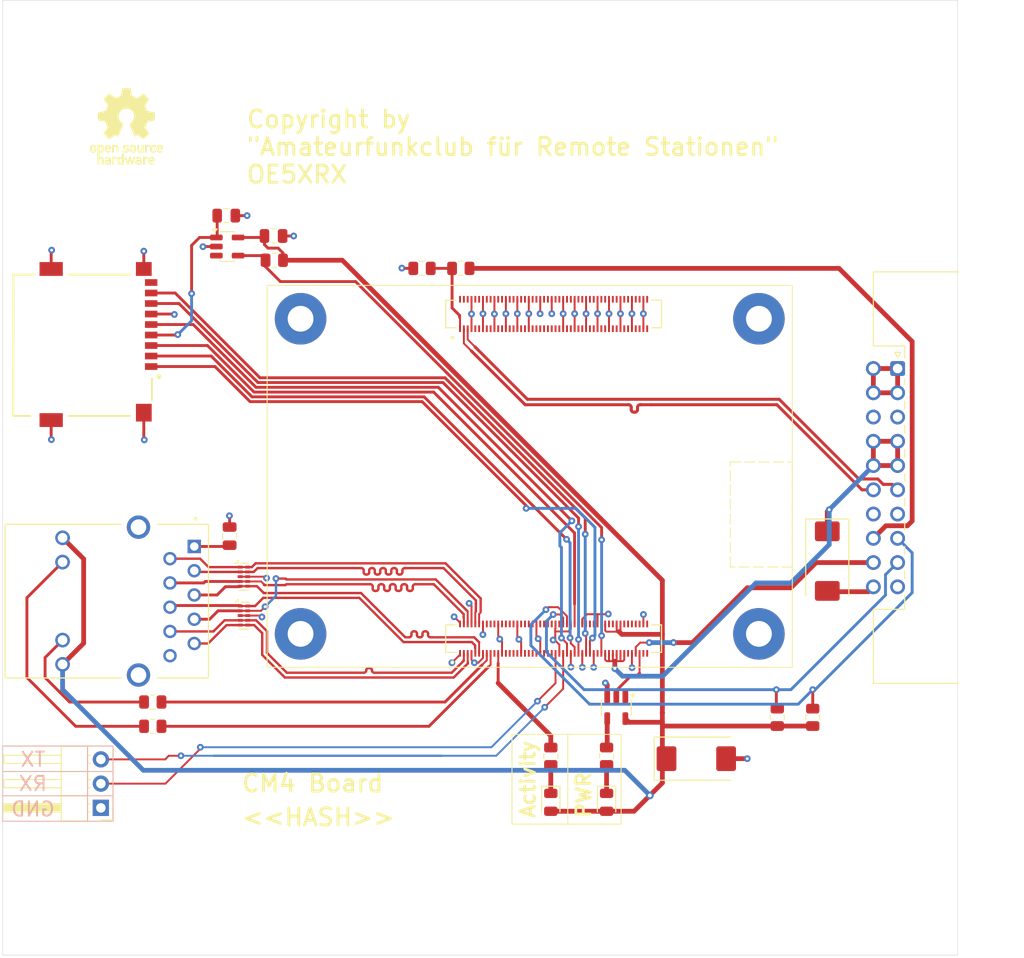
<source format=kicad_pcb>
(kicad_pcb (version 20241229) (generator "pcbnew") (generator_version "9.0")
  (title_block (title "CM4") (rev "<<HASH>>") (company "Amateurfunkclub für Remote Stationen") (comment 1 "JLC04161H-7628"))
  (layers (0 "F.Cu" signal) (4 "In1.Cu" power) (6 "In2.Cu" power) (2 "B.Cu" signal) (13 "F.Paste" user) (15 "B.Paste" user) (5 "F.SilkS" user "F.Silkscreen") (7 "B.SilkS" user "B.Silkscreen") (1 "F.Mask" user) (3 "B.Mask" user) (25 "Edge.Cuts" user))
  (net 0 "")
  (net 1 "GND")
  (net 2 "+3V3")
  (net 3 "Net-(U201-Y)")
  (net 4 "/CM4-Board/SD_PWR_ON")
  (net 5 "/MicroSD/SD_PWR")
  (net 6 "Net-(J301-P1)")
  (net 7 "Net-(D201-K)")
  (net 8 "Net-(D202-K)")
  (net 9 "/nRPIBOOT")
  (net 10 "/USB_D_P")
  (net 11 "/USB_ID")
  (net 12 "/USB_D_N")
  (net 13 "+5V")
  (net 14 "+12V")
  (net 15 "Net-(J301-Pad12)")
  (net 16 "Net-(J301-Pad13)")
  (net 17 "/CM4-Board/LED_nACTIVITY")
  (net 18 "/CM4-Board/USB_OTG")
  (net 19 "/CM4-Board/ETH_TRD3_P")
  (net 20 "/CM4-Board/ETH_LED_Y")
  (net 21 "/CM4-Board/ETH_TRD1_N")
  (net 22 "/CM4-Board/ETH_TRD2_N")
  (net 23 "/CM4-Board/ETH_TRD3_N")
  (net 24 "/CM4-Board/ETH_LED_G")
  (net 25 "/CM4-Board/ETH_TRD0_P")
  (net 26 "/CM4-Board/ETH_TRD2_P")
  (net 27 "/CM4-Board/ETH_TRD1_P")
  (net 28 "/CM4-Board/ETH_TRD0_N")
  (net 30 "/CM4-Board/LED_nPWR")
  (net 33 "/CM4-Board/SD_CLK")
  (net 35 "/CM4-Board/SD_DATA0")
  (net 36 "/I2C_SCL1")
  (net 40 "/CM4-Board/SD_DATA1")
  (net 45 "/CM4-Board/RXD0")
  (net 51 "/CM4-Board/SD_CMD")
  (net 59 "/CM4-Board/SD_DATA2")
  (net 62 "/I2C_SDA1")
  (net 67 "/CM4-Board/TXD0")
  (net 83 "/CM4-Board/SD_DATA3")
  (footprint "Capacitor_Tantalum_SMD:CP_EIA-7343-43_Kemet-X" (layer "F.Cu") (at 179.582 104.532 -90)
    (property "Reference" "C101" (hide yes))
    (property "Value" "100u / 25V" (hide yes))
  )
  (footprint "PRJ:HIROSE_DF40C-100DS-0.4V_51_" (layer "F.Cu") (at 150.922 78.652 180)
    (property "Reference" "J202" (hide yes))
    (property "Value" "DF40C-100DS-0.4V_51_" (hide yes))
  )
  (footprint "Resistor_SMD:R_0805_2012Metric" (layer "F.Cu") (at 137.1367 73.8742 180)
    (property "Reference" "R203" (hide yes))
    (property "Value" "2k2" (hide yes))
  )
  (footprint "PRJ:HIROSE_DF40C-100DS-0.4V_51_" (layer "F.Cu") (at 150.922 112.652 180)
    (property "Reference" "J201" (hide yes))
    (property "Value" "DF40C-100DS-0.4V_51_" (hide yes))
  )
  (footprint "PRJ:PCN10C-20S-2.54DS" (layer "F.Cu") (at 186.948 84.364 -90)
    (property "Reference" "J101" (hide yes))
    (property "Value" "Conn_02x10_Row_Letter_First" (hide yes))
  )
  (footprint "MountingHole:MountingHole_2.7mm_M2.5_Pad" (layer "F.Cu") (at 172.422 79.152)
    (property "Reference" "REF**" (hide yes))
    (property "Value" "MountingHole_2.7mm_M2.5_Pad" (hide yes))
  )
  (footprint "Package_SON:USON-10_2.5x1.0mm_P0.5mm" (layer "F.Cu") (at 118.499 110.234)
    (property "Reference" "U301" (hide yes))
    (property "Value" "TPD4EUSB30" (hide yes))
  )
  (footprint "Resistor_SMD:R_0805_2012Metric" (layer "F.Cu") (at 108.9427 119.2894)
    (property "Reference" "R302" (hide yes))
    (property "Value" "470" (hide yes))
  )
  (footprint "Capacitor_SMD:C_0805_2012Metric" (layer "F.Cu") (at 121.5914 70.4845)
    (property "Reference" "C401" (hide yes))
    (property "Value" "100n" (hide yes))
  )
  (footprint "MountingHole:MountingHole_2.7mm_M2.5_Pad" (layer "F.Cu") (at 124.422 112.152)
    (property "Reference" "REF**" (hide yes))
    (property "Value" "MountingHole_2.7mm_M2.5_Pad" (hide yes))
  )
  (footprint "Resistor_SMD:R_0805_2012Metric" (layer "F.Cu") (at 178.058 120.8915 90)
    (property "Reference" "R206" (hide yes))
    (property "Value" "2k2" (hide yes))
  )
  (footprint "MountingHole:MountingHole_3.2mm_M3" (layer "F.Cu") (at 98.222 138.294)
    (property "Reference" "H102" (hide yes))
    (property "Value" "MountingHole" (hide yes))
  )
  (footprint "Resistor_SMD:R_0805_2012Metric" (layer "F.Cu") (at 141.2007 73.8742 180)
    (property "Reference" "R202" (hide yes))
    (property "Value" "2k2" (hide yes))
  )
  (footprint "MountingHole:MountingHole_2.7mm_M2.5_Pad" (layer "F.Cu") (at 172.422 112.152)
    (property "Reference" "REF**" (hide yes))
    (property "Value" "MountingHole_2.7mm_M2.5_Pad" (hide yes))
  )
  (footprint "PRJ:TF-01A" (layer "F.Cu") (at 101.604 81.926 -90)
    (property "Reference" "MICRO_SD401" (hide yes))
    (property "Value" "TF-01A" (hide yes))
  )
  (footprint "MountingHole:MountingHole_3.2mm_M3" (layer "F.Cu") (at 98.222 53.294)
    (property "Reference" "H101" (hide yes))
    (property "Value" "MountingHole" (hide yes))
  )
  (footprint "Resistor_SMD:R_0805_2012Metric" (layer "F.Cu") (at 174.346 120.8915 90)
    (property "Reference" "R205" (hide yes))
    (property "Value" "2k2" (hide yes))
  )
  (footprint "Connector_PinHeader_2.54mm:PinHeader_1x03_P2.54mm_Horizontal" (layer "F.Cu") (at 103.509 130.376 180)
    (property "Reference" "J102" (hide yes))
    (property "Value" "Conn_01x03_Pin" (hide yes))
  )
  (footprint "LED_SMD:LED_0805_2012Metric" (layer "F.Cu") (at 156.468 129.792 -90)
    (property "Reference" "D202" (hide yes))
    (property "Value" "LED" (hide yes))
  )
  (footprint "Package_TO_SOT_SMD:SOT-23-5" (layer "F.Cu") (at 157.484 119.886 -90)
    (property "Reference" "U201" (hide yes))
    (property "Value" "SN74LV1T34DBV" (hide yes))
  )
  (footprint "Resistor_SMD:R_0805_2012Metric" (layer "F.Cu") (at 150.626 124.966 90)
    (property "Reference" "R201" (hide yes))
    (property "Value" "1k" (hide yes))
  )
  (footprint "LED_SMD:LED_0805_2012Metric" (layer "F.Cu") (at 150.626 129.792 -90)
    (property "Reference" "D201" (hide yes))
    (property "Value" "LED" (hide yes))
  )
  (footprint "PRJ:HANRUN_HR911130A" (layer "F.Cu") (at 104.398 108.718 90)
    (property "Reference" "J301" (hide yes))
    (property "Value" "HR911130A" (hide yes))
  )
  (footprint "MountingHole:MountingHole_2.7mm_M2.5_Pad" (layer "F.Cu") (at 124.422 79.152)
    (property "Reference" "REF**" (hide yes))
    (property "Value" "MountingHole_2.7mm_M2.5_Pad" (hide yes))
  )
  (footprint "Package_SON:USON-10_2.5x1.0mm_P0.5mm" (layer "F.Cu") (at 118.491 106.162)
    (property "Reference" "U302" (hide yes))
    (property "Value" "TPD4EUSB30" (hide yes))
  )
  (footprint "Symbol:OSHW-Logo_7.5x8mm_SilkScreen" (layer "F.Cu") (at 106.176 59.002)
    (property "Reference" "#SYM101" (hide yes))
    (property "Value" "OSHW-Logo_7.5x8mm_SilkScreen" (hide yes))
  )
  (footprint "Resistor_SMD:R_0805_2012Metric" (layer "F.Cu") (at 121.6676 73.0245 180)
    (property "Reference" "R401" (hide yes))
    (property "Value" "12k" (hide yes))
  )
  (footprint "Resistor_SMD:R_0805_2012Metric" (layer "F.Cu") (at 108.9427 121.8294 180)
    (property "Reference" "R301" (hide yes))
    (property "Value" "470" (hide yes))
  )
  (footprint "Capacitor_Tantalum_SMD:CP_EIA-7343-43_Kemet-X" (layer "F.Cu") (at 165.866 125.22)
    (property "Reference" "C201" (hide yes))
    (property "Value" "100u / 25V" (hide yes))
  )
  (footprint "Capacitor_SMD:C_0805_2012Metric" (layer "F.Cu") (at 116.99 101.916 -90)
    (property "Reference" "C301" (hide yes))
    (property "Value" "100n" (hide yes))
  )
  (footprint "Package_TO_SOT_SMD:TSOT-23-5" (layer "F.Cu") (at 116.74 71.588)
    (property "Reference" "U401" (hide yes))
    (property "Value" "RT9742GGJ5" (hide yes))
  )
  (footprint "Capacitor_SMD:C_0805_2012Metric" (layer "F.Cu") (at 116.6384 68.3509)
    (property "Reference" "C402" (hide yes))
    (property "Value" "100n" (hide yes))
  )
  (footprint "Resistor_SMD:R_0805_2012Metric" (layer "F.Cu") (at 156.468 124.966 90)
    (property "Reference" "R204" (hide yes))
    (property "Value" "1k" (hide yes))
  )
  (gr_line (start 157.992 132.078) (end 152.404 132.078) (stroke (width 0.1)) (layer "F.SilkS"))
  (gr_line (start 157.992 122.68) (end 157.992 132.078) (stroke (width 0.1)) (layer "F.SilkS"))
  (gr_rect (start 169.422 94.152) (end 175.922 105.152) (stroke (width 0.1) (type dash)) (fill yes) (layer "F.SilkS"))
  (gr_line (start 152.404 122.68) (end 157.992 122.68) (stroke (width 0.1)) (layer "F.SilkS"))
  (gr_line (start 146.562 122.68) (end 152.404 122.68) (stroke (width 0.1)) (layer "F.SilkS"))
  (gr_line (start 152.404 132.078) (end 152.404 122.68) (stroke (width 0.1)) (layer "F.SilkS"))
  (gr_line (start 146.562 132.078) (end 146.562 122.68) (stroke (width 0.1)) (layer "F.SilkS"))
  (gr_rect (start 120.922 75.652) (end 175.922 115.652) (stroke (width 0.1)) (fill no) (layer "F.SilkS"))
  (gr_line (start 152.404 132.078) (end 146.562 132.078) (stroke (width 0.1)) (layer "F.SilkS"))
  (gr_line (start 102.112 123.899) (end 102.112 131.773) (stroke (width 0.1)) (layer "B.SilkS"))
  (gr_line (start 102.112 129.106) (end 104.779 129.106) (stroke (width 0.1)) (layer "B.SilkS"))
  (gr_line (start 104.779 131.646) (end 104.779 131.773) (stroke (width 0.1)) (layer "B.SilkS"))
  (gr_line (start 102.112 126.566) (end 104.779 126.566) (stroke (width 0.1)) (layer "B.SilkS"))
  (gr_line (start 93.222 123.899) (end 93.222 131.773) (stroke (width 0.1)) (layer "B.SilkS"))
  (gr_line (start 102.112 123.899) (end 104.779 123.899) (stroke (width 0.1)) (layer "B.SilkS"))
  (gr_line (start 102.112 131.773) (end 99.318 131.773) (stroke (width 0.1)) (layer "B.SilkS"))
  (gr_line (start 99.318 123.899) (end 93.222 123.899) (stroke (width 0.1)) (layer "B.SilkS"))
  (gr_line (start 99.318 129.106) (end 93.222 129.106) (stroke (width 0.1)) (layer "B.SilkS"))
  (gr_line (start 102.112 131.773) (end 104.779 131.773) (stroke (width 0.1)) (layer "B.SilkS"))
  (gr_line (start 99.318 129.106) (end 102.112 129.106) (stroke (width 0.1)) (layer "B.SilkS"))
  (gr_line (start 99.318 123.899) (end 102.112 123.899) (stroke (width 0.1)) (layer "B.SilkS"))
  (gr_line (start 93.222 131.773) (end 99.318 131.773) (stroke (width 0.1)) (layer "B.SilkS"))
  (gr_line (start 102.112 126.566) (end 99.318 126.566) (stroke (width 0.1)) (layer "B.SilkS"))
  (gr_line (start 99.318 126.566) (end 93.222 126.566) (stroke (width 0.1)) (layer "B.SilkS"))
  (gr_line (start 104.779 123.899) (end 104.779 131.646) (stroke (width 0.1)) (layer "B.SilkS"))
  (gr_rect (start 93.222 45.794) (end 193.222 145.794) (stroke (width 0.05)) (fill no) (layer "Edge.Cuts"))
  (gr_text "Copyright by\n{dblquote}Amateurfunkclub für Remote Stationen{dblquote}\nOE5XRX" (at 118.622 65.098 0) (layer "F.SilkS") (effects (font (size 1.8 1.8) (thickness 0.3) (bold yes)) (justify left bottom)))
  (gr_text "<<HASH>>" (at 118.114 132.408 0) (layer "F.SilkS") (effects (font (size 1.8 1.8) (thickness 0.3) (bold yes)) (justify left bottom)))
  (gr_text "CM4 Board" (at 118.114 128.852 0) (layer "F.SilkS") (effects (font (size 1.8 1.8) (thickness 0.3) (bold yes)) (justify left bottom)))
  (gr_text "PWR" (at 154.944 131.57 90) (layer "F.SilkS") (effects (font (size 1.5 1.5) (thickness 0.3) (bold yes)) (justify left bottom)))
  (gr_text "Activity" (at 149.102 131.57 90) (layer "F.SilkS") (effects (font (size 1.5 1.5) (thickness 0.3) (bold yes)) (justify left bottom)))
  (gr_text "GND" (at 96.397 130.503 0) (layer "B.SilkS") (effects (font (size 1.5 1.5) (thickness 0.2)) (justify mirror)))
  (gr_text "RX" (at 96.397 127.836 0) (layer "B.SilkS") (effects (font (size 1.5 1.5) (thickness 0.2)) (justify mirror)))
  (gr_text "TX" (at 96.397 125.296 0) (layer "B.SilkS") (effects (font (size 1.5 1.5) (thickness 0.2)) (justify mirror)))
  (segment (start 155.5282 110.0946) (end 155.8894 110.0946) (width 0.2) (layer "F.Cu") (net 1))
  (segment (start 98.304 73.9374) (end 98.304 72.018) (width 0.3) (layer "F.Cu") (net 1))
  (segment (start 151.0936 112.853039) (end 151.0936 112.6346) (width 0.2) (layer "F.Cu") (net 1))
  (segment (start 151.0936 112.6346) (end 151.0936 111.898) (width 0.2) (layer "F.Cu") (net 1))
  (segment (start 152.722 115.6196) (end 152.7342 115.6318) (width 0.2) (layer "F.Cu") (net 1))
  (segment (start 147.522 114.192) (end 147.522 112.9596) (width 0.2) (layer "F.Cu") (net 1))
  (segment (start 149.522 114.192) (end 149.522 112.8768) (width 0.2) (layer "F.Cu") (net 1))
  (segment (start 160.322 111.112) (end 160.322 110.1268) (width 0.2) (layer "F.Cu") (net 1))
  (segment (start 108.004 73.9374) (end 108.004 72.0716) (width 0.3) (layer "F.Cu") (net 1))
  (segment (start 143.522 111.112) (end 143.522 112.2202) (width 0.2) (layer "F.Cu") (net 1))
  (segment (start 108.004 88.9872) (end 108.004 91.7804) (width 0.3) (layer "F.Cu") (net 1))
  (segment (start 183.9 107.732) (end 184.408 107.224) (width 0.5) (layer "F.Cu") (net 1))
  (segment (start 111.1608 78.6558) (end 111.2052 78.7002) (width 0.3) (layer "F.Cu") (net 1))
  (segment (start 149.522 78.6104) (end 149.5084 78.624) (width 0.2) (layer "F.Cu") (net 1))
  (segment (start 155.522 77.112) (end 155.522 80.192) (width 0.2) (layer "F.Cu") (net 1))
  (segment (start 154.322 77.112) (end 154.322 80.192) (width 0.2) (layer "F.Cu") (net 1))
  (segment (start 149.522 77.112) (end 149.522 78.6104) (width 0.2) (layer "F.Cu") (net 1))
  (segment (start 152.722 111.644) (end 152.468 111.898) (width 0.2) (layer "F.Cu") (net 1))
  (segment (start 160.322 110.1268) (end 160.3288 110.12) (width 0.2) (layer "F.Cu") (net 1))
  (segment (start 151.522 114.192) (end 151.522 113.281439) (width 0.2) (layer "F.Cu") (net 1))
  (segment (start 155.522 110.1008) (end 155.5282 110.0946) (width 0.2) (layer "F.Cu") (net 1))
  (segment (start 147.122 112.5596) (end 147.122 111.112) (width 0.2) (layer "F.Cu") (net 1))
  (segment (start 118.876 106.162) (end 120.7072 106.162) (width 0.2) (layer "F.Cu") (net 1))
  (segment (start 143.522 80.192) (end 143.522 77.112) (width 0.2) (layer "F.Cu") (net 1))
  (segment (start 150.722 77.112) (end 150.722 78.6184) (width 0.2) (layer "F.Cu") (net 1))
  (segment (start 153.922 115.6512) (end 153.928 115.6572) (width 0.2) (layer "F.Cu") (net 1))
  (segment (start 143.030004 115.1746) (end 142.625 115.1746) (width 0.2) (layer "F.Cu") (net 1))
  (segment (start 156.534 118.7485) (end 156.534 117.487) (width 0.5) (layer "F.Cu") (net 1))
  (segment (start 108.7778 78.6558) (end 111.1608 78.6558) (width 0.3) (layer "F.Cu") (net 1))
  (segment (start 114.2141 71.588) (end 114.2 71.6021) (width 0.3) (layer "F.Cu") (net 1))
  (segment (start 141.122 114.32276) (end 140.26648 115.17828) (width 0.2) (layer "F.Cu") (net 1))
  (segment (start 141.122 111.112) (end 141.122 110.98124) (width 0.2) (layer "F.Cu") (net 1))
  (segment (start 151.0936 111.6082) (end 151.122 111.5798) (width 0.2) (layer "F.Cu") (net 1))
  (segment (start 152.722 111.112) (end 152.722 111.644) (width 0.2) (layer "F.Cu") (net 1))
  (segment (start 142.322 77.112) (end 142.322 80.192) (width 0.2) (layer "F.Cu") (net 1))
  (segment (start 98.304 72.018) (end 98.3528 71.9692) (width 0.3) (layer "F.Cu") (net 1))
  (segment (start 159.122 114.192) (end 159.122 115.682) (width 0.2) (layer "F.Cu") (net 1))
  (segment (start 108.004 91.7804) (end 108.0556 91.832) (width 0.3) (layer "F.Cu") (net 1))
  (segment (start 98.304 91.7832) (end 98.3274 91.8066) (width 0.3) (layer "F.Cu") (net 1))
  (segment (start 144.722 77.112) (end 144.722 80.192) (width 0.2) (layer "F.Cu") (net 1))
  (segment (start 147.522 112.9596) (end 147.122 112.5596) (width 0.2) (layer "F.Cu") (net 1))
  (segment (start 179.582 107.732) (end 183.9 107.732) (width 0.5) (layer "F.Cu") (net 1))
  (segment (start 147.122 80.192) (end 147.122 77.112) (width 0.2) (layer "F.Cu") (net 1))
  (segment (start 115.6025 71.588) (end 114.2141 71.588) (width 0.3) (layer "F.Cu") (net 1))
  (segment (start 118.884 110.234) (end 118.114 110.234) (width 0.2) (layer "F.Cu") (net 1))
  (segment (start 150.722 78.6184) (end 150.7276 78.624) (width 0.2) (layer "F.Cu") (net 1))
  (segment (start 155.8894 110.0946) (end 156.6234 110.0946) (width 0.2) (layer "F.Cu") (net 1))
  (segment (start 152.468 111.898) (end 151.0936 111.898) (width 0.2) (layer "F.Cu") (net 1))
  (segment (start 145.522 114.192) (end 145.522 112.9408) (width 0.2) (layer "F.Cu") (net 1))
  (segment (start 98.304 89.7622) (end 98.304 91.7832) (width 0.3) (layer "F.Cu") (net 1))
  (segment (start 122.5414 70.4845) (end 123.6996 70.4845) (width 0.3) (layer "F.Cu") (net 1))
  (segment (start 155.522 111.112) (end 155.522 110.1008) (width 0.2) (layer "F.Cu") (net 1))
  (segment (start 108.004 72.0716) (end 108.0048 72.0708) (width 0.3) (layer "F.Cu") (net 1))
  (segment (start 135.0539 73.8742) (end 135.0285 73.8488) (width 0.3) (layer "F.Cu") (net 1))
  (segment (start 153.922 111.112) (end 153.922 110.6026) (width 0.2) (layer "F.Cu") (net 1))
  (segment (start 151.033727 112.6346) (end 150.86963 112.798697) (width 0.2) (layer "F.Cu") (net 1))
  (segment (start 149.522 112.8768) (end 149.122 112.4768) (width 0.2) (layer "F.Cu") (net 1))
  (segment (start 169.066 125.22) (end 171.2 125.22) (width 0.5) (layer "F.Cu") (net 1))
  (segment (start 153.922 114.192) (end 153.922 115.6512) (width 0.2) (layer "F.Cu") (net 1))
  (segment (start 151.922 80.192) (end 151.922 77.112) (width 0.2) (layer "F.Cu") (net 1))
  (segment (start 116.99 99.8012) (end 116.971 99.7822) (width 0.3) (layer "F.Cu") (net 1))
  (segment (start 141.122 110.98124) (end 140.50308 110.36232) (width 0.2) (layer "F.Cu") (net 1))
  (segment (start 153.922 110.6026) (end 154.43 110.0946) (width 0.2) (layer "F.Cu") (net 1))
  (segment (start 159.122 115.682) (end 159.135 115.695) (width 0.2) (layer "F.Cu") (net 1))
  (segment (start 142.322 111.112) (end 142.322 109.202561) (width 0.2) (layer "F.Cu") (net 1))
  (segment (start 151.0936 112.6346) (end 151.033727 112.6346) (width 0.2) (layer "F.Cu") (net 1))
  (segment (start 142.322 109.202561) (end 142.072001 108.952562) (width 0.2) (layer "F.Cu") (net 1))
  (segment (start 142.322 114.192) (end 142.322 114.8716) (width 0.2) (layer "F.Cu") (net 1))
  (segment (start 116.99 100.966) (end 116.99 99.8012) (width 0.3) (layer "F.Cu") (net 1))
  (segment (start 156.6234 110.0946) (end 156.6488 110.0692) (width 0.2) (layer "F.Cu") (net 1))
  (segment (start 118.106 106.162) (end 118.876 106.162) (width 0.2) (layer "F.Cu") (net 1))
  (segment (start 157.922 77.112) (end 157.922 80.192) (width 0.2) (layer "F.Cu") (net 1))
  (segment (start 156.534 117.487) (end 156.341 117.294) (width 0.5) (layer "F.Cu") (net 1))
  (segment (start 159.122 77.112) (end 159.122 80.192) (width 0.2) (layer "F.Cu") (net 1))
  (segment (start 142.322 114.8716) (end 142.625 115.1746) (width 0.2) (layer "F.Cu") (net 1))
  (segment (start 117.5884 68.3509) (end 118.8228 68.3509) (width 0.3) (layer "F.Cu") (net 1))
  (segment (start 153.122 77.112) (end 153.122 80.192) (width 0.2) (layer "F.Cu") (net 1))
  (segment (start 154.43 110.0946) (end 155.5282 110.0946) (width 0.2) (layer "F.Cu") (net 1))
  (segment (start 141.122 114.192) (end 141.122 114.32276) (width 0.2) (layer "F.Cu") (net 1))
  (segment (start 143.522 114.682604) (end 143.030004 115.1746) (width 0.2) (layer "F.Cu") (net 1))
  (segment (start 148.322 77.112) (end 148.322 80.192) (width 0.2) (layer "F.Cu") (net 1))
  (segment (start 155.122 114.192) (end 155.122 115.657) (width 0.2) (layer "F.Cu") (net 1))
  (segment (start 145.922 77.112) (end 145.922 80.192) (width 0.2) (layer "F.Cu") (net 1))
  (segment (start 118.884 110.234) (end 120.2246 110.234) (width 0.2) (layer "F.Cu") (net 1))
  (segment (start 156.722 77.112) (end 156.722 80.192) (width 0.2) (layer "F.Cu") (net 1))
  (segment (start 151.522 113.281439) (end 151.0936 112.853039) (width 0.2) (layer "F.Cu") (net 1))
  (segment (start 152.722 114.192) (end 152.722 115.6196) (width 0.2) (layer "F.Cu") (net 1))
  (segment (start 136.2242 73.8742) (end 135.0539 73.8742) (width 0.3) (layer "F.Cu") (net 1))
  (segment (start 151.122 111.5798) (end 151.122 111.112) (width 0.2) (layer "F.Cu") (net 1))
  (segment (start 145.122 112.5408) (end 145.122 111.112) (width 0.2) (layer "F.Cu") (net 1))
  (segment (start 120.2246 110.234) (end 120.3746 110.384) (width 0.2) (layer "F.Cu") (net 1))
  (segment (start 143.522 114.192) (end 143.522 114.682604) (width 0.2) (layer "F.Cu") (net 1))
  (segment (start 151.0936 111.898) (end 151.0936 111.6082) (width 0.2) (layer "F.Cu") (net 1))
  (segment (start 145.522 112.9408) (end 145.122 112.5408) (width 0.2) (layer "F.Cu") (net 1))
  (segment (start 120.7072 106.162) (end 120.8572 106.312) (width 0.2) (layer "F.Cu") (net 1))
  (segment (start 160.322 77.112) (end 160.322 80.192) (width 0.2) (layer "F.Cu") (net 1))
  (segment (start 149.122 112.4768) (end 149.122 111.112) (width 0.2) (layer "F.Cu") (net 1))
  (segment (start 155.122 115.657) (end 155.1218 115.6572) (width 0.2) (layer "F.Cu") (net 1))
  (segment (start 143.522 112.2202) (end 143.514 112.2282) (width 0.2) (layer "F.Cu") (net 1))
  (via (at 147.122 78.624) (size 0.7) (drill 0.3) (layers "F.Cu" "B.Cu") (net 1))
  (via (at 156.722 78.624) (size 0.7) (drill 0.3) (layers "F.Cu" "B.Cu") (net 1))
  (via (at 156.6488 110.0692) (size 0.7) (drill 0.3) (layers "F.Cu" "B.Cu") (net 1))
  (via (at 116.971 99.7822) (size 0.7) (drill 0.3) (layers "F.Cu" "B.Cu") (net 1))
  (via (at 108.0048 72.0708) (size 0.7) (drill 0.3) (layers "F.Cu" "B.Cu") (net 1))
  (via (at 159.135 115.695) (size 0.7) (drill 0.3) (layers "F.Cu" "B.Cu") (net 1))
  (via (at 154.322 78.624) (size 0.7) (drill 0.3) (layers "F.Cu" "B.Cu") (net 1))
  (via (at 145.922 78.624) (size 0.7) (drill 0.3) (layers "F.Cu" "B.Cu") (net 1))
  (via (at 120.3746 110.384) (size 0.7) (drill 0.3) (layers "F.Cu" "B.Cu") (net 1))
  (via (at 149.3052 112.66) (size 0.7) (drill 0.3) (layers "F.Cu" "B.Cu") (net 1))
  (via (at 159.122 78.624) (size 0.7) (drill 0.3) (layers "F.Cu" "B.Cu") (net 1))
  (via (at 149.5084 78.624) (size 0.7) (drill 0.3) (layers "F.Cu" "B.Cu") (net 1))
  (via (at 98.3528 71.9692) (size 0.7) (drill 0.3) (layers "F.Cu" "B.Cu") (net 1))
  (via (at 160.322 78.624) (size 0.7) (drill 0.3) (layers "F.Cu" "B.Cu") (net 1))
  (via (at 153.928 115.6572) (size 0.7) (drill 0.3) (layers "F.Cu" "B.Cu") (net 1))
  (via (at 143.522 78.624) (size 0.7) (drill 0.3) (layers "F.Cu" "B.Cu") (net 1))
  (via (at 147.2859 112.7235) (size 0.7) (drill 0.3) (layers "F.Cu" "B.Cu") (net 1))
  (via (at 143.514 112.2282) (size 0.7) (drill 0.3) (layers "F.Cu" "B.Cu") (net 1))
  (via (at 153.122 78.624) (size 0.7) (drill 0.3) (layers "F.Cu" "B.Cu") (net 1))
  (via (at 148.322 78.624) (size 0.7) (drill 0.3) (layers "F.Cu" "B.Cu") (net 1))
  (via (at 114.2 71.6021) (size 0.7) (drill 0.3) (layers "F.Cu" "B.Cu") (net 1))
  (via (at 155.1218 115.6572) (size 0.7) (drill 0.3) (layers "F.Cu" "B.Cu") (net 1))
  (via (at 171.2 125.22) (size 0.7) (drill 0.3) (layers "F.Cu" "B.Cu") (net 1))
  (via (at 142.625 115.1746) (size 0.7) (drill 0.3) (layers "F.Cu" "B.Cu") (net 1))
  (via (at 157.922 78.624) (size 0.7) (drill 0.3) (layers "F.Cu" "B.Cu") (net 1))
  (via (at 150.86963 112.798697) (size 0.7) (drill 0.3) (layers "F.Cu" "B.Cu") (net 1))
  (via (at 140.26648 115.17828) (size 0.7) (drill 0.3) (layers "F.Cu" "B.Cu") (net 1))
  (via (at 152.7342 115.6318) (size 0.7) (drill 0.3) (layers "F.Cu" "B.Cu") (net 1))
  (via (at 98.3274 91.8066) (size 0.7) (drill 0.3) (layers "F.Cu" "B.Cu") (net 1))
  (via (at 142.072001 108.952562) (size 0.7) (drill 0.3) (layers "F.Cu" "B.Cu") (net 1))
  (via (at 155.522 78.624) (size 0.7) (drill 0.3) (layers "F.Cu" "B.Cu") (net 1))
  (via (at 156.341 117.294) (size 0.7) (drill 0.3) (layers "F.Cu" "B.Cu") (net 1))
  (via (at 135.0285 73.8488) (size 0.7) (drill 0.3) (layers "F.Cu" "B.Cu") (net 1))
  (via (at 144.722 78.6494) (size 0.7) (drill 0.3) (layers "F.Cu" "B.Cu") (net 1))
  (via (at 111.2052 78.7002) (size 0.7) (drill 0.3) (layers "F.Cu" "B.Cu") (net 1))
  (via (at 151.922 78.624) (size 0.7) (drill 0.3) (layers "F.Cu" "B.Cu") (net 1))
  (via (at 140.50308 110.36232) (size 0.7) (drill 0.3) (layers "F.Cu" "B.Cu") (net 1))
  (via (at 118.8228 68.3509) (size 0.7) (drill 0.3) (layers "F.Cu" "B.Cu") (net 1))
  (via (at 108.0556 91.832) (size 0.7) (drill 0.3) (layers "F.Cu" "B.Cu") (net 1))
  (via (at 123.6996 70.4845) (size 0.7) (drill 0.3) (layers "F.Cu" "B.Cu") (net 1))
  (via (at 142.322 78.6494) (size 0.7) (drill 0.3) (layers "F.Cu" "B.Cu") (net 1))
  (via (at 145.2793 112.6981) (size 0.7) (drill 0.3) (layers "F.Cu" "B.Cu") (net 1))
  (via (at 160.3288 110.12) (size 0.7) (drill 0.3) (layers "F.Cu" "B.Cu") (net 1))
  (via (at 120.8572 106.312) (size 0.7) (drill 0.3) (layers "F.Cu" "B.Cu") (net 1))
  (via (at 150.7276 78.624) (size 0.7) (drill 0.3) (layers "F.Cu" "B.Cu") (net 1))
  (segment (start 157.5094 111.9234) (end 156.446711 111.9234) (width 0.2) (layer "F.Cu") (net 2))
  (segment (start 120.4879 70.638) (end 120.6414 70.4845) (width 0.3) (layer "F.Cu") (net 2))
  (segment (start 157.522 111.112) (end 157.522 111.9108) (width 0.2) (layer "F.Cu") (net 2))
  (segment (start 159.3405 130.7295) (end 156.468 130.7295) (width 0.5) (layer "F.Cu") (net 2))
  (segment (start 128.79439 73.0245) (end 122.5801 73.0245) (width 0.5) (layer "F.Cu") (net 2))
  (segment (start 122.5801 72.2606) (end 122.074 71.7545) (width 0.3) (layer "F.Cu") (net 2))
  (segment (start 157.7606 111.9234) (end 157.7888 111.9234) (width 0.5) (layer "F.Cu") (net 2))
  (segment (start 161.002 129.068) (end 159.3405 130.7295) (width 0.5) (layer "F.Cu") (net 2))
  (segment (start 156.322 111.798689) (end 156.322 111.112) (width 0.2) (layer "F.Cu") (net 2))
  (segment (start 174.346 121.804) (end 178.058 121.804) (width 0.5) (layer "F.Cu") (net 2))
  (segment (start 157.922 111.112) (end 157.922 111.762) (width 0.2) (layer "F.Cu") (net 2))
  (segment (start 158.8205 121.41) (end 162.31 121.41) (width 0.5) (layer "F.Cu") (net 2))
  (segment (start 174.346 121.804) (end 162.45 121.804) (width 0.5) (layer "F.Cu") (net 2))
  (segment (start 162.31 106.54011) (end 128.79439 73.0245) (width 0.5) (layer "F.Cu") (net 2))
  (segment (start 162.3025 120.4015) (end 162.31 120.394) (width 0.5) (layer "F.Cu") (net 2))
  (segment (start 158.0682 112.2028) (end 162.31 112.2028) (width 0.5) (layer "F.Cu") (net 2))
  (segment (start 156.468 130.7295) (end 150.626 130.7295) (width 0.5) (layer "F.Cu") (net 2))
  (segment (start 157.7606 111.9234) (end 157.5094 111.9234) (width 0.2) (layer "F.Cu") (net 2))
  (segment (start 162.3025 120.4015) (end 162.31 120.409) (width 0.5) (layer "F.Cu") (net 2))
  (segment (start 101.7056 113.1354) (end 101.7056 104.3006) (width 0.5) (layer "F.Cu") (net 2))
  (segment (start 162.31 120.409) (end 162.31 121.41) (width 0.5) (layer "F.Cu") (net 2))
  (segment (start 157.7888 111.9234) (end 158.0682 112.2028) (width 0.5) (layer "F.Cu") (net 2))
  (segment (start 162.31 112.2028) (end 162.31 119.772) (width 0.5) (layer "F.Cu") (net 2))
  (segment (start 162.31 127.76) (end 161.002 129.068) (width 0.5) (layer "F.Cu") (net 2))
  (segment (start 121.0072 71.7545) (end 122.074 71.7545) (width 0.3) (layer "F.Cu") (net 2))
  (segment (start 162.31 121.664) (end 162.31 125.22) (width 0.5) (layer "F.Cu") (net 2))
  (segment (start 162.31 121.41) (end 162.31 121.664) (width 0.5) (layer "F.Cu") (net 2))
  (segment (start 158.434 121.0235) (end 158.8205 121.41) (width 0.5) (layer "F.Cu") (net 2))
  (segment (start 162.31 112.2028) (end 162.31 106.54011) (width 0.5) (layer "F.Cu") (net 2))
  (segment (start 120.6414 70.4845) (end 120.6414 71.3887) (width 0.3) (layer "F.Cu") (net 2))
  (segment (start 99.498 115.343) (end 101.7056 113.1354) (width 0.5) (layer "F.Cu") (net 2))
  (segment (start 117.8775 70.638) (end 120.4879 70.638) (width 0.3) (layer "F.Cu") (net 2))
  (segment (start 122.5801 73.0245) (end 122.5801 72.2606) (width 0.3) (layer "F.Cu") (net 2))
  (segment (start 156.446711 111.9234) (end 156.322 111.798689) (width 0.2) (layer "F.Cu") (net 2))
  (segment (start 101.7056 104.3006) (end 99.498 102.093) (width 0.5) (layer "F.Cu") (net 2))
  (segment (start 120.6414 71.3887) (end 121.0072 71.7545) (width 0.3) (layer "F.Cu") (net 2))
  (segment (start 162.45 121.804) (end 162.31 121.664) (width 0.5) (layer "F.Cu") (net 2))
  (segment (start 157.522 111.9108) (end 157.5094 111.9234) (width 0.2) (layer "F.Cu") (net 2))
  (segment (start 162.31 125.22) (end 162.31 127.76) (width 0.5) (layer "F.Cu") (net 2))
  (segment (start 162.31 119.772) (end 162.31 120.394) (width 0.5) (layer "F.Cu") (net 2))
  (via (at 161.002 129.068) (size 0.8) (drill 0.4) (layers "F.Cu" "B.Cu") (net 2))
  (segment (start 99.498 117.983) (end 107.954 126.439) (width 0.5) (layer "B.Cu") (net 2))
  (segment (start 158.373 126.439) (end 161.002 129.068) (width 0.5) (layer "B.Cu") (net 2))
  (segment (start 107.954 126.439) (end 158.373 126.439) (width 0.5) (layer "B.Cu") (net 2))
  (segment (start 99.498 115.343) (end 99.498 117.983) (width 0.5) (layer "B.Cu") (net 2))
  (segment (start 156.534 123.9875) (end 156.468 124.0535) (width 0.5) (layer "F.Cu") (net 3))
  (segment (start 156.534 121.0235) (end 156.534 123.9875) (width 0.5) (layer "F.Cu") (net 3))
  (segment (start 120.2686 72.538) (end 120.7551 73.0245) (width 0.3) (layer "F.Cu") (net 4))
  (segment (start 139.751762 84.8304) (end 139.7514 84.8304) (width 0.3) (layer "F.Cu") (net 4))
  (segment (start 155.9488 102.2968) (end 155.9488 101.027438) (width 0.3) (layer "F.Cu") (net 4))
  (segment (start 130.179 75.258) (end 122.305 75.258) (width 0.3) (layer "F.Cu") (net 4))
  (segment (start 155.922 112.371258) (end 155.922 114.192) (width 0.2) (layer "F.Cu") (net 4))
  (segment (start 117.8775 72.538) (end 120.2686 72.538) (width 0.3) (layer "F.Cu") (net 4))
  (segment (start 139.7514 84.8304) (end 130.179 75.258) (width 0.3) (layer "F.Cu") (net 4))
  (segment (start 122.305 75.258) (end 120.7551 73.7081) (width 0.3) (layer "F.Cu") (net 4))
  (segment (start 120.7551 73.7081) (end 120.7551 73.0245) (width 0.3) (layer "F.Cu") (net 4))
  (segment (start 155.9488 101.027438) (end 139.751762 84.8304) (width 0.3) (layer "F.Cu") (net 4))
  (segment (start 155.948665 112.344593) (end 155.922 112.371258) (width 0.2) (layer "F.Cu") (net 4))
  (via (at 155.9488 102.2968) (size 0.7) (drill 0.3) (layers "F.Cu" "B.Cu") (net 4))
  (via (at 155.948665 112.344593) (size 0.7) (drill 0.3) (layers "F.Cu" "B.Cu") (net 4))
  (segment (start 155.9488 102.2968) (end 155.9488 112.344458) (width 0.3) (layer "B.Cu") (net 4))
  (segment (start 155.9488 112.344458) (end 155.948665 112.344593) (width 0.3) (layer "B.Cu") (net 4))
  (segment (start 113.844 70.638) (end 113.0086 71.4734) (width 0.3) (layer "F.Cu") (net 5))
  (segment (start 115.6884 68.3509) (end 115.6884 70.5521) (width 0.3) (layer "F.Cu") (net 5))
  (segment (start 115.6025 70.638) (end 113.844 70.638) (width 0.3) (layer "F.Cu") (net 5))
  (segment (start 111.5134 80.8558) (end 111.5608 80.8084) (width 0.3) (layer "F.Cu") (net 5))
  (segment (start 108.7778 80.8558) (end 111.5134 80.8558) (width 0.3) (layer "F.Cu") (net 5))
  (segment (start 115.6884 70.5521) (end 115.6025 70.638) (width 0.3) (layer "F.Cu") (net 5))
  (segment (start 113.0086 71.4734) (end 113.0086 76.5158) (width 0.3) (layer "F.Cu") (net 5))
  (via (at 111.5608 80.8084) (size 0.7) (drill 0.3) (layers "F.Cu" "B.Cu") (net 5))
  (via (at 113.0086 76.5158) (size 0.7) (drill 0.3) (layers "F.Cu" "B.Cu") (net 5))
  (segment (start 113.0086 79.3606) (end 111.5608 80.8084) (width 0.3) (layer "B.Cu") (net 5))
  (segment (start 113.0086 79.3606) (end 113.0086 76.5158) (width 0.3) (layer "B.Cu") (net 5))
  (segment (start 113.288 102.998) (end 116.858 102.998) (width 0.3) (layer "F.Cu") (net 6))
  (segment (start 116.858 102.998) (end 116.99 102.866) (width 0.3) (layer "F.Cu") (net 6))
  (segment (start 150.626 128.8545) (end 150.626 125.8785) (width 0.5) (layer "F.Cu") (net 7))
  (segment (start 156.468 128.8545) (end 156.468 125.8785) (width 0.5) (layer "F.Cu") (net 8))
  (segment (start 159.522 113.542) (end 159.522 114.192) (width 0.2) (layer "F.Cu") (net 9))
  (segment (start 165.4596 113.0664) (end 171.2 107.326) (width 0.5) (layer "F.Cu") (net 9))
  (segment (start 178.414 104.684) (end 184.408 104.684) (width 0.5) (layer "F.Cu") (net 9))
  (segment (start 175.772 107.326) (end 178.414 104.684) (width 0.5) (layer "F.Cu") (net 9))
  (segment (start 163.4784 113.0664) (end 165.4596 113.0664) (width 0.5) (layer "F.Cu") (net 9))
  (segment (start 163.4784 113.0664) (end 163.4784 112.9394) (width 0.5) (layer "F.Cu") (net 9))
  (segment (start 159.9976 113.0664) (end 159.522 113.542) (width 0.2) (layer "F.Cu") (net 9))
  (segment (start 160.9384 113.0664) (end 159.9976 113.0664) (width 0.2) (layer "F.Cu") (net 9))
  (segment (start 171.2 107.326) (end 175.772 107.326) (width 0.5) (layer "F.Cu") (net 9))
  (via (at 163.4784 113.0664) (size 0.7) (drill 0.3) (layers "F.Cu" "B.Cu") (net 9))
  (via (at 160.9384 113.0664) (size 0.7) (drill 0.3) (layers "F.Cu" "B.Cu") (net 9))
  (segment (start 163.4784 113.0664) (end 160.9384 113.0664) (width 0.5) (layer "B.Cu") (net 9))
  (segment (start 174.543742 87.584866) (end 148.178542 87.584866) (width 0.315468) (layer "F.Cu") (net 10))
  (segment (start 141.922 81.3246) (end 141.922 80.192) (width 0.2) (layer "F.Cu") (net 10))
  (segment (start 142.699338 82.105662) (end 142.699338 82.101938) (width 0.315468) (layer "F.Cu") (net 10))
  (segment (start 148.178542 87.584866) (end 142.699338 82.105662) (width 0.315468) (layer "F.Cu") (net 10))
  (segment (start 185.44046 96.494532) (end 184.877194 95.931266) (width 0.315468) (layer "F.Cu") (net 10))
  (segment (start 182.890142 95.931266) (end 174.543742 87.584866) (width 0.315468) (layer "F.Cu") (net 10))
  (segment (start 184.877194 95.931266) (end 182.890142 95.931266) (width 0.315468) (layer "F.Cu") (net 10))
  (segment (start 186.948 97.064) (end 186.378532 96.494532) (width 0.315468) (layer "F.Cu") (net 10))
  (segment (start 186.948 97.064) (end 186.498 96.614) (width 0.2) (layer "F.Cu") (net 10))
  (segment (start 142.699338 82.101938) (end 141.922 81.3246) (width 0.2) (layer "F.Cu") (net 10))
  (segment (start 186.378532 96.494532) (end 185.44046 96.494532) (width 0.315468) (layer "F.Cu") (net 10))
  (segment (start 185.723 100.829) (end 187.971 100.829) (width 0.5) (layer "F.Cu") (net 11))
  (segment (start 184.408 102.144) (end 185.723 100.829) (width 0.5) (layer "F.Cu") (net 11))
  (segment (start 188.472 100.328) (end 188.472 81.532) (width 0.5) (layer "F.Cu") (net 11))
  (segment (start 187.971 100.829) (end 188.472 100.328) (width 0.5) (layer "F.Cu") (net 11))
  (segment (start 180.8142 73.8742) (end 142.1132 73.8742) (width 0.5) (layer "F.Cu") (net 11))
  (segment (start 188.472 81.532) (end 180.8142 73.8742) (width 0.5) (layer "F.Cu") (net 11))
  (segment (start 183.217524 97.064) (end 184.408 97.064) (width 0.315468) (layer "F.Cu") (net 12))
  (segment (start 159.313283 88.934334) (end 159.445283 88.934334) (width 0.315468) (layer "F.Cu") (net 12))
  (segment (start 147.942658 88.154334) (end 158.785283 88.154334) (width 0.315468) (layer "F.Cu") (net 12))
  (segment (start 160.105283 88.154334) (end 161.167 88.154334) (width 0.315468) (layer "F.Cu") (net 12))
  (segment (start 161.167 88.154334) (end 174.307858 88.154334) (width 0.315468) (layer "F.Cu") (net 12))
  (segment (start 142.296662 82.508338) (end 147.942658 88.154334) (width 0.315468) (layer "F.Cu") (net 12))
  (segment (start 174.307858 88.154334) (end 183.217524 97.064) (width 0.315468) (layer "F.Cu") (net 12))
  (segment (start 159.049283 88.418334) (end 159.049283 88.670334) (width 0.315468) (layer "F.Cu") (net 12))
  (segment (start 159.973283 88.154334) (end 160.105283 88.154334) (width 0.315468) (layer "F.Cu") (net 12))
  (segment (start 142.296662 82.508338) (end 141.522 81.733676) (width 0.2) (layer "F.Cu") (net 12))
  (segment (start 159.709283 88.670334) (end 159.709283 88.418334) (width 0.315468) (layer "F.Cu") (net 12))
  (segment (start 141.522 81.733676) (end 141.522 80.192) (width 0.2) (layer "F.Cu") (net 12))
  (arc (start 159.709283 88.418334) (mid 159.786607 88.231658) (end 159.973283 88.154334) (width 0.315468) (layer "F.Cu") (net 12))
  (arc (start 159.049283 88.670334) (mid 159.126607 88.85701) (end 159.313283 88.934334) (width 0.315468) (layer "F.Cu") (net 12))
  (arc (start 158.785283 88.154334) (mid 158.971959 88.231658) (end 159.049283 88.418334) (width 0.315468) (layer "F.Cu") (net 12))
  (arc (start 159.445283 88.934334) (mid 159.631959 88.85701) (end 159.709283 88.670334) (width 0.315468) (layer "F.Cu") (net 12))
  (segment (start 156.322 114.8508) (end 156.4808 115.0096) (width 0.2) (layer "F.Cu") (net 13))
  (segment (start 184.408 94.524) (end 184.408 91.984) (width 0.5) (layer "F.Cu") (net 13))
  (segment (start 157.922 114.192) (end 157.922 115.0034) (width 0.2) (layer "F.Cu") (net 13))
  (segment (start 157.3316 115.0096) (end 157.3316 115.7842) (width 0.5) (layer "F.Cu") (net 13))
  (segment (start 158.1824 115.0096) (end 158.322 114.87) (width 0.2) (layer "F.Cu") (net 13))
  (segment (start 156.722 115.0096) (end 157.1284 115.0096) (width 0.2) (layer "F.Cu") (net 13))
  (segment (start 156.322 114.192) (end 156.322 114.8508) (width 0.2) (layer "F.Cu") (net 13))
  (segment (start 179.582 99.35) (end 179.582 101.332) (width 0.5) (layer "F.Cu") (net 13))
  (segment (start 157.922 115.0034) (end 157.9158 115.0096) (width 0.2) (layer "F.Cu") (net 13))
  (segment (start 157.122 114.192) (end 157.122 115.0032) (width 0.2) (layer "F.Cu") (net 13))
  (segment (start 184.408 91.984) (end 186.948 91.984) (width 0.5) (layer "F.Cu") (net 13))
  (segment (start 157.1284 115.0096) (end 157.3316 115.0096) (width 0.2) (layer "F.Cu") (net 13))
  (segment (start 156.4808 115.0096) (end 156.722 115.0096) (width 0.2) (layer "F.Cu") (net 13))
  (segment (start 158.322 114.87) (end 158.322 114.192) (width 0.2) (layer "F.Cu") (net 13))
  (segment (start 156.722 114.192) (end 156.722 115.0096) (width 0.2) (layer "F.Cu") (net 13))
  (segment (start 179.785 99.147) (end 179.582 99.35) (width 0.5) (layer "F.Cu") (net 13))
  (segment (start 157.3316 115.0096) (end 157.522 115.0096) (width 0.2) (layer "F.Cu") (net 13))
  (segment (start 157.522 114.192) (end 157.522 115.0096) (width 0.2) (layer "F.Cu") (net 13))
  (segment (start 157.122 115.0032) (end 157.1284 115.0096) (width 0.2) (layer "F.Cu") (net 13))
  (segment (start 157.9158 115.0096) (end 158.1824 115.0096) (width 0.2) (layer "F.Cu") (net 13))
  (segment (start 157.522 115.0096) (end 157.9158 115.0096) (width 0.2) (layer "F.Cu") (net 13))
  (segment (start 186.948 94.524) (end 184.408 94.524) (width 0.5) (layer "F.Cu") (net 13))
  (segment (start 186.948 91.984) (end 186.948 94.524) (width 0.5) (layer "F.Cu") (net 13))
  (via (at 157.3316 115.7842) (size 0.7) (drill 0.3) (layers "F.Cu" "B.Cu") (net 13))
  (via (at 179.785 99.147) (size 0.7) (drill 0.3) (layers "F.Cu" "B.Cu") (net 13))
  (segment (start 158.1314 116.584) (end 157.3316 115.7842) (width 0.5) (layer "B.Cu") (net 13))
  (segment (start 179.785 102.805) (end 175.772 106.818) (width 0.5) (layer "B.Cu") (net 13))
  (segment (start 175.772 106.818) (end 172.114 106.818) (width 0.5) (layer "B.Cu") (net 13))
  (segment (start 172.114 106.818) (end 162.348 116.584) (width 0.5) (layer "B.Cu") (net 13))
  (segment (start 179.785 99.147) (end 184.408 94.524) (width 0.5) (layer "B.Cu") (net 13))
  (segment (start 179.785 99.147) (end 179.785 102.805) (width 0.5) (layer "B.Cu") (net 13))
  (segment (start 162.348 116.584) (end 158.1314 116.584) (width 0.5) (layer "B.Cu") (net 13))
  (segment (start 184.408 84.364) (end 186.948 84.364) (width 0.5) (layer "F.Cu") (net 14))
  (segment (start 186.948 84.364) (end 186.948 86.904) (width 0.5) (layer "F.Cu") (net 14))
  (segment (start 186.948 86.904) (end 184.408 86.904) (width 0.5) (layer "F.Cu") (net 14))
  (segment (start 184.408 86.904) (end 184.408 84.364) (width 0.5) (layer "F.Cu") (net 14))
  (segment (start 100.8674 121.8294) (end 108.0302 121.8294) (width 0.3) (layer "F.Cu") (net 15))
  (segment (start 95.762 108.369) (end 95.762 116.724) (width 0.3) (layer "F.Cu") (net 15))
  (segment (start 95.762 116.724) (end 100.8674 121.8294) (width 0.3) (layer "F.Cu") (net 15))
  (segment (start 99.498 104.633) (end 95.762 108.369) (width 0.3) (layer "F.Cu") (net 15))
  (segment (start 97.667 116.724) (end 100.2324 119.2894) (width 0.3) (layer "F.Cu") (net 16))
  (segment (start 97.667 114.634) (end 97.667 116.724) (width 0.3) (layer "F.Cu") (net 16))
  (segment (start 100.2324 119.2894) (end 108.0302 119.2894) (width 0.3) (layer "F.Cu") (net 16))
  (segment (start 99.498 112.803) (end 97.667 114.634) (width 0.3) (layer "F.Cu") (net 16))
  (segment (start 145.1142 115.2254) (end 145.1142 117.3082) (width 0.3) (layer "F.Cu") (net 17))
  (segment (start 145.122 114.192) (end 145.122 115.2176) (width 0.2) (layer "F.Cu") (net 17))
  (segment (start 145.122 115.2176) (end 145.1142 115.2254) (width 0.2) (layer "F.Cu") (net 17))
  (segment (start 145.1142 117.3082) (end 150.626 122.82) (width 0.5) (layer "F.Cu") (net 17))
  (segment (start 150.626 122.82) (end 150.626 124.0535) (width 0.5) (layer "F.Cu") (net 17))
  (segment (start 141.0756 79.005) (end 141.122 79.0514) (width 0.2) (layer "F.Cu") (net 18))
  (segment (start 138.0492 73.8742) (end 140.2882 73.8742) (width 0.3) (layer "F.Cu") (net 18))
  (segment (start 141.0756 78.8018) (end 140.2882 78.0144) (width 0.3) (layer "F.Cu") (net 18))
  (segment (start 140.2882 78.0144) (end 140.2882 73.8742) (width 0.3) (layer "F.Cu") (net 18))
  (segment (start 141.122 79.0514) (end 141.122 80.192) (width 0.2) (layer "F.Cu") (net 18))
  (segment (start 141.0756 79.005) (end 141.0756 78.8018) (width 0.3) (layer "F.Cu") (net 18))
  (segment (start 120.904952 114.143052) (end 122.980948 116.219048) (width 0.247904) (layer "F.Cu") (net 19))
  (segment (start 118.884 110.734) (end 118.884952 110.733048) (width 0.247904) (layer "F.Cu") (net 19))
  (segment (start 115.29495 111.89835) (end 115.2946 111.898) (width 0.247904) (layer "F.Cu") (net 19))
  (segment (start 132.136748 116.219048) (end 132.256748 116.219048) (width 0.247904) (layer "F.Cu") (net 19))
  (segment (start 122.980948 116.219048) (end 131.056748 116.219048) (width 0.247904) (layer "F.Cu") (net 19))
  (segment (start 131.896748 115.970033) (end 131.896748 115.979048) (width 0.247904) (layer "F.Cu") (net 19))
  (segment (start 141.498048 114.973929) (end 141.498048 114.842) (width 0.247904) (layer "F.Cu") (net 19))
  (segment (start 141.522 114.842) (end 141.522 114.192) (width 0.2) (layer "F.Cu") (net 19))
  (segment (start 116.460252 110.733048) (end 115.29495 111.89835) (width 0.247904) (layer "F.Cu") (net 19))
  (segment (start 115.2946 111.898) (end 110.748 111.898) (width 0.247904) (layer "F.Cu") (net 19))
  (segment (start 131.536748 115.730033) (end 131.656748 115.730033) (width 0.247904) (layer "F.Cu") (net 19))
  (segment (start 134.161302 116.219048) (end 140.252929 116.219048) (width 0.247904) (layer "F.Cu") (net 19))
  (segment (start 118.114 110.734) (end 118.884 110.734) (width 0.2) (layer "F.Cu") (net 19))
  (segment (start 119.767748 110.733048) (end 120.904952 111.870252) (width 0.247904) (layer "F.Cu") (net 19))
  (segment (start 118.113048 110.733048) (end 116.460252 110.733048) (width 0.247904) (layer "F.Cu") (net 19))
  (segment (start 131.296748 115.979048) (end 131.296748 115.970033) (width 0.247904) (layer "F.Cu") (net 19))
  (segment (start 120.904952 111.870252) (end 120.904952 114.143052) (width 0.247904) (layer "F.Cu") (net 19))
  (segment (start 140.252929 116.219048) (end 141.498048 114.973929) (width 0.247904) (layer "F.Cu") (net 19))
  (segment (start 132.256748 116.219048) (end 134.161302 116.219048) (width 0.247904) (layer "F.Cu") (net 19))
  (segment (start 118.884952 110.733048) (end 119.767748 110.733048) (width 0.247904) (layer "F.Cu") (net 19))
  (segment (start 118.114 110.734) (end 118.113048 110.733048) (width 0.247904) (layer "F.Cu") (net 19))
  (arc (start 131.296748 115.970033) (mid 131.367042 115.800327) (end 131.536748 115.730033) (width 0.247904) (layer "F.Cu") (net 19))
  (arc (start 131.056748 116.219048) (mid 131.226454 116.148754) (end 131.296748 115.979048) (width 0.247904) (layer "F.Cu") (net 19))
  (arc (start 131.656748 115.730033) (mid 131.826454 115.800327) (end 131.896748 115.970033) (width 0.247904) (layer "F.Cu") (net 19))
  (arc (start 131.896748 115.979048) (mid 131.967042 116.148754) (end 132.136748 116.219048) (width 0.247904) (layer "F.Cu") (net 19))
  (segment (start 143.922 114.192) (end 143.922 114.919) (width 0.2) (layer "F.Cu") (net 20))
  (segment (start 109.8552 119.2894) (end 139.5516 119.2894) (width 0.3) (layer "F.Cu") (net 20))
  (segment (start 139.5516 119.2894) (end 143.4378 115.4032) (width 0.3) (layer "F.Cu") (net 20))
  (segment (start 143.922 114.919) (end 143.4378 115.4032) (width 0.2) (layer "F.Cu") (net 20))
  (segment (start 141.922 111.112) (end 141.922 109.798) (width 0.2) (layer "F.Cu") (net 21))
  (segment (start 122.845662 106.3608) (end 122.93761 106.452748) (width 0.247904) (layer "F.Cu") (net 21))
  (segment (start 138.581001 106.452748) (end 140.257179 108.128926) (width 0.247904) (layer "F.Cu") (net 21))
  (segment (start 120.7048 109.3072) (end 120.278 109.734) (width 0.2) (layer "F.Cu") (net 21))
  (segment (start 120.278 109.734) (end 118.884 109.734) (width 0.2) (layer "F.Cu") (net 21))
  (segment (start 113.288 110.618) (end 114.8982 110.618) (width 0.3) (layer "F.Cu") (net 21))
  (segment (start 140.257179 108.128926) (end 140.257179 108.133179) (width 0.247904) (layer "F.Cu") (net 21))
  (segment (start 118.884 109.734) (end 118.114 109.734) (width 0.2) (layer "F.Cu") (net 21))
  (segment (start 122.93761 106.452748) (end 138.581001 106.452748) (width 0.247904) (layer "F.Cu") (net 21))
  (segment (start 115.7822 109.734) (end 118.114 109.734) (width 0.3) (layer "F.Cu") (net 21))
  (segment (start 140.257179 108.133179) (end 141.8884 109.7644) (width 0.247904) (layer "F.Cu") (net 21))
  (segment (start 121.8478 106.3608) (end 122.845662 106.3608) (width 0.247904) (layer "F.Cu") (net 21))
  (segment (start 114.8982 110.618) (end 115.7822 109.734) (width 0.3) (layer "F.Cu") (net 21))
  (segment (start 141.922 109.798) (end 141.8884 109.7644) (width 0.2) (layer "F.Cu") (net 21))
  (via (at 120.7048 109.3072) (size 0.7) (drill 0.3) (layers "F.Cu" "B.Cu") (net 21))
  (via (at 121.8478 106.3608) (size 0.7) (drill 0.3) (layers "F.Cu" "B.Cu") (net 21))
  (segment (start 121.8478 108.1642) (end 121.8478 106.3608) (width 0.247904) (layer "B.Cu") (net 21))
  (segment (start 120.7048 109.3072) (end 121.8478 108.1642) (width 0.247904) (layer "B.Cu") (net 21))
  (segment (start 119.6604 109.234) (end 120.516889 108.377511) (width 0.247904) (layer "F.Cu") (net 22))
  (segment (start 118.114 109.234) (end 118.884 109.234) (width 0.2) (layer "F.Cu") (net 22))
  (segment (start 130.570111 108.377511) (end 135.205152 113.012552) (width 0.247904) (layer "F.Cu") (net 22))
  (segment (start 120.516889 108.377511) (end 130.570111 108.377511) (width 0.247904) (layer "F.Cu") (net 22))
  (segment (start 110.748 109.358) (end 110.922 109.184) (width 0.3) (layer "F.Cu") (net 22))
  (segment (start 142.356178 113.012552) (end 142.698048 113.354422) (width 0.247904) (layer "F.Cu") (net 22))
  (segment (start 142.698048 113.354422) (end 142.698048 113.642) (width 0.247904) (layer "F.Cu") (net 22))
  (segment (start 110.922 109.184) (end 118.114 109.184) (width 0.3) (layer "F.Cu") (net 22))
  (segment (start 135.205152 113.012552) (end 142.356178 113.012552) (width 0.247904) (layer "F.Cu") (net 22))
  (segment (start 142.722 114.192) (end 142.722 113.642) (width 0.2) (layer "F.Cu") (net 22))
  (segment (start 118.884 109.234) (end 119.6604 109.234) (width 0.247904) (layer "F.Cu") (net 22))
  (segment (start 119.559852 111.234952) (end 120.403048 112.078148) (width 0.247904) (layer "F.Cu") (net 23))
  (segment (start 141.922 115.0902) (end 141.922 114.192) (width 0.2) (layer "F.Cu") (net 23))
  (segment (start 118.884952 111.234952) (end 119.559852 111.234952) (width 0.247904) (layer "F.Cu") (net 23))
  (segment (start 122.773052 116.720952) (end 140.460825 116.720952) (width 0.247904) (layer "F.Cu") (net 23))
  (segment (start 118.884 111.234) (end 118.884952 111.234952) (width 0.247904) (layer "F.Cu") (net 23))
  (segment (start 140.460825 116.720952) (end 141.562057 115.61972) (width 0.247904) (layer "F.Cu") (net 23))
  (segment (start 141.57028 115.61972) (end 141.945952 115.244048) (width 0.247904) (layer "F.Cu") (net 23))
  (segment (start 114.7451 113.158) (end 113.288 113.158) (width 0.247904) (layer "F.Cu") (net 23))
  (segment (start 120.403048 112.078148) (end 120.403048 114.350948) (width 0.247904) (layer "F.Cu") (net 23))
  (segment (start 120.403048 114.350948) (end 122.773052 116.720952) (width 0.247904) (layer "F.Cu") (net 23))
  (segment (start 141.945952 115.244048) (end 141.945952 115.0902) (width 0.247904) (layer "F.Cu") (net 23))
  (segment (start 116.668148 111.234952) (end 114.7451 113.158) (width 0.247904) (layer "F.Cu") (net 23))
  (segment (start 118.114 111.234) (end 118.113048 111.234952) (width 0.247904) (layer "F.Cu") (net 23))
  (segment (start 118.884 111.234) (end 118.114 111.234) (width 0.2) (layer "F.Cu") (net 23))
  (segment (start 141.562057 115.61972) (end 141.57028 115.61972) (width 0.247904) (layer "F.Cu") (net 23))
  (segment (start 118.113048 111.234952) (end 116.668148 111.234952) (width 0.247904) (layer "F.Cu") (net 23))
  (segment (start 144.322 114.192) (end 144.322 115.3826) (width 0.2) (layer "F.Cu") (net 24))
  (segment (start 144.322 115.3826) (end 144.0982 115.6064) (width 0.2) (layer "F.Cu") (net 24))
  (segment (start 137.8752 121.8294) (end 144.0982 115.6064) (width 0.3) (layer "F.Cu") (net 24))
  (segment (start 109.8552 121.8294) (end 137.8752 121.8294) (width 0.3) (layer "F.Cu") (net 24))
  (segment (start 113.903552 104.278) (end 110.748 104.278) (width 0.247904) (layer "F.Cu") (net 25))
  (segment (start 143.282352 109.912855) (end 143.282352 109.8152) (width 0.2) (layer "F.Cu") (net 25))
  (segment (start 143.122 110.073207) (end 143.282352 109.912855) (width 0.2) (layer "F.Cu") (net 25))
  (segment (start 119.71225 104.763648) (end 139.604748 104.763648) (width 0.247904) (layer "F.Cu") (net 25))
  (segment (start 118.106 105.162) (end 118.105048 105.161048) (width 0.247904) (layer "F.Cu") (net 25))
  (segment (start 118.876 105.162) (end 118.876952 105.161048) (width 0.247904) (layer "F.Cu") (net 25))
  (segment (start 139.604748 104.763648) (end 143.282352 108.441252) (width 0.247904) (layer "F.Cu") (net 25))
  (segment (start 119.31485 105.161048) (end 119.71225 104.763648) (width 0.247904) (layer "F.Cu") (net 25))
  (segment (start 118.876952 105.161048) (end 119.31485 105.161048) (width 0.247904) (layer "F.Cu") (net 25))
  (segment (start 143.122 111.112) (end 143.122 110.073207) (width 0.2) (layer "F.Cu") (net 25))
  (segment (start 143.282352 108.441252) (end 143.282352 109.8152) (width 0.247904) (layer "F.Cu") (net 25))
  (segment (start 114.7866 105.161048) (end 113.903552 104.278) (width 0.247904) (layer "F.Cu") (net 25))
  (segment (start 118.105048 105.161048) (end 114.7866 105.161048) (width 0.247904) (layer "F.Cu") (net 25))
  (segment (start 118.106 105.162) (end 118.876 105.162) (width 0.2) (layer "F.Cu") (net 25))
  (segment (start 136.264625 111.890648) (end 136.380625 111.890648) (width 0.247904) (layer "F.Cu") (net 26))
  (segment (start 115.6856 108.078) (end 116.5516 107.212) (width 0.3) (layer "F.Cu") (net 26))
  (segment (start 136.612625 112.122648) (end 136.612625 112.278648) (width 0.247904) (layer "F.Cu") (net 26))
  (segment (start 142.602648 112.510648) (end 143.122 113.03) (width 0.247904) (layer "F.Cu") (net 26))
  (segment (start 120.568607 107.875607) (end 130.754007 107.875607) (width 0.247904) (layer "F.Cu") (net 26))
  (segment (start 116.5516 107.212) (end 118.106 107.212) (width 0.3) (layer "F.Cu") (net 26))
  (segment (start 118.876 107.162) (end 119.855 107.162) (width 0.247904) (layer "F.Cu") (net 26))
  (segment (start 135.389048 112.510648) (end 135.800625 112.510648) (width 0.247904) (layer "F.Cu") (net 26))
  (segment (start 136.032625 112.278648) (end 136.032625 112.122648) (width 0.247904) (layer "F.Cu") (net 26))
  (segment (start 137.772625 112.122648) (end 137.772625 112.278648) (width 0.247904) (layer "F.Cu") (net 26))
  (segment (start 113.288 108.078) (end 115.6856 108.078) (width 0.3) (layer "F.Cu") (net 26))
  (segment (start 137.192625 112.278648) (end 137.192625 112.122648) (width 0.247904) (layer "F.Cu") (net 26))
  (segment (start 138.120625 112.510648) (end 138.2308 112.510648) (width 0.247904) (layer "F.Cu") (net 26))
  (segment (start 119.855 107.162) (end 120.568607 107.875607) (width 0.247904) (layer "F.Cu") (net 26))
  (segment (start 130.754007 107.875607) (end 135.389048 112.510648) (width 0.247904) (layer "F.Cu") (net 26))
  (segment (start 137.424625 111.890648) (end 137.540625 111.890648) (width 0.247904) (layer "F.Cu") (net 26))
  (segment (start 138.2308 112.510648) (end 142.602648 112.510648) (width 0.247904) (layer "F.Cu") (net 26))
  (segment (start 136.844625 112.510648) (end 136.960625 112.510648) (width 0.247904) (layer "F.Cu") (net 26))
  (segment (start 118.106 107.162) (end 118.876 107.162) (width 0.2) (layer "F.Cu") (net 26))
  (segment (start 138.004625 112.510648) (end 138.120625 112.510648) (width 0.247904) (layer "F.Cu") (net 26))
  (segment (start 143.122 113.03) (end 143.122 114.192) (width 0.2) (layer "F.Cu") (net 26))
  (arc (start 137.772625 112.278648) (mid 137.840576 112.442697) (end 138.004625 112.510648) (width 0.247904) (layer "F.Cu") (net 26))
  (arc (start 137.540625 111.890648) (mid 137.704674 111.958599) (end 137.772625 112.122648) (width 0.247904) (layer "F.Cu") (net 26))
  (arc (start 137.192625 112.122648) (mid 137.260576 111.958599) (end 137.424625 111.890648) (width 0.247904) (layer "F.Cu") (net 26))
  (arc (start 135.800625 112.510648) (mid 135.964674 112.442697) (end 136.032625 112.278648) (width 0.247904) (layer "F.Cu") (net 26))
  (arc (start 136.960625 112.510648) (mid 137.124674 112.442697) (end 137.192625 112.278648) (width 0.247904) (layer "F.Cu") (net 26))
  (arc (start 136.380625 111.890648) (mid 136.544674 111.958599) (end 136.612625 112.122648) (width 0.247904) (layer "F.Cu") (net 26))
  (arc (start 136.032625 112.122648) (mid 136.100576 111.958599) (end 136.264625 111.890648) (width 0.247904) (layer "F.Cu") (net 26))
  (arc (start 136.612625 112.278648) (mid 136.680576 112.442697) (end 136.844625 112.510648) (width 0.247904) (layer "F.Cu") (net 26))
  (segment (start 114.4346 106.662) (end 118.106 106.662) (width 0.3) (layer "F.Cu") (net 27))
  (segment (start 141.522 111.112) (end 141.522 110.462) (width 0.2) (layer "F.Cu") (net 27))
  (segment (start 141.498048 110.085248) (end 141.498048 110.462) (width 0.247904) (layer "F.Cu") (net 27))
  (segment (start 114.2786 106.818) (end 114.4346 106.662) (width 0.3) (layer "F.Cu") (net 27))
  (segment (start 139.902279 108.483826) (end 139.902279 108.489479) (width 0.247904) (layer "F.Cu") (net 27))
  (segment (start 135.216 106.954652) (end 135.336 106.954652) (width 0.247904) (layer "F.Cu") (net 27))
  (segment (start 118.106 106.662) (end 118.876 106.662) (width 0.2) (layer "F.Cu") (net 27))
  (segment (start 132.816 106.954652) (end 132.936 106.954652) (width 0.247904) (layer "F.Cu") (net 27))
  (segment (start 133.176 107.194652) (end 133.176 107.414652) (width 0.247904) (layer "F.Cu") (net 27))
  (segment (start 120.6286 107.0466) (end 122.845662 107.0466) (width 0.247904) (layer "F.Cu") (net 27))
  (segment (start 132.216 107.654652) (end 132.336 107.654652) (width 0.247904) (layer "F.Cu") (net 27))
  (segment (start 120.587961 106.962) (end 120.287961 106.662) (width 0.2) (layer "F.Cu") (net 27))
  (segment (start 135.576 107.194652) (end 135.576 107.414652) (width 0.247904) (layer "F.Cu") (net 27))
  (segment (start 134.976 107.414652) (end 134.976 107.194652) (width 0.247904) (layer "F.Cu") (net 27))
  (segment (start 135.816 107.654652) (end 135.936 107.654652) (width 0.247904) (layer "F.Cu") (net 27))
  (segment (start 139.902279 108.489479) (end 141.498048 110.085248) (width 0.247904) (layer "F.Cu") (net 27))
  (segment (start 120.587961 106.962) (end 120.587961 107.005961) (width 0.247904) (layer "F.Cu") (net 27))
  (segment (start 120.287961 106.662) (end 118.876 106.662) (width 0.2) (layer "F.Cu") (net 27))
  (segment (start 110.748 106.818) (end 114.2786 106.818) (width 0.3) (layer "F.Cu") (net 27))
  (segment (start 134.616 107.654652) (end 134.736 107.654652) (width 0.247904) (layer "F.Cu") (net 27))
  (segment (start 134.016 106.954652) (end 134.136 106.954652) (width 0.247904) (layer "F.Cu") (net 27))
  (segment (start 136.948648 106.954652) (end 138.373105 106.954652) (width 0.247904) (layer "F.Cu") (net 27))
  (segment (start 136.176 107.414652) (end 136.176 107.194652) (width 0.247904) (layer "F.Cu") (net 27))
  (segment (start 132.576 107.414652) (end 132.576 107.194652) (width 0.247904) (layer "F.Cu") (net 27))
  (segment (start 120.587961 107.005961) (end 120.6286 107.0466) (width 0.247904) (layer "F.Cu") (net 27))
  (segment (start 136.536 106.954652) (end 136.948648 106.954652) (width 0.247904) (layer "F.Cu") (net 27))
  (segment (start 134.376 107.194652) (end 134.376 107.414652) (width 0.247904) (layer "F.Cu") (net 27))
  (segment (start 136.416 106.954652) (end 136.536 106.954652) (width 0.247904) (layer "F.Cu") (net 27))
  (segment (start 122.93761 106.954652) (end 131.736 106.954652) (width 0.247904) (layer "F.Cu") (net 27))
  (segment (start 133.776 107.414652) (end 133.776 107.194652) (width 0.247904) (layer "F.Cu") (net 27))
  (segment (start 122.845662 107.0466) (end 122.93761 106.954652) (width 0.247904) (layer "F.Cu") (net 27))
  (segment (start 133.416 107.654652) (end 133.536 107.654652) (width 0.247904) (layer "F.Cu") (net 27))
  (segment (start 131.976 107.194652) (end 131.976 107.414652) (width 0.247904) (layer "F.Cu") (net 27))
  (segment (start 138.373105 106.954652) (end 139.902279 108.483826) (width 0.247904) (layer "F.Cu") (net 27))
  (arc (start 133.776 107.194652) (mid 133.846294 107.024946) (end 134.016 106.954652) (width 0.247904) (layer "F.Cu") (net 27))
  (arc (start 133.536 107.654652) (mid 133.705706 107.584358) (end 133.776 107.414652) (width 0.247904) (layer "F.Cu") (net 27))
  (arc (start 134.136 106.954652) (mid 134.305706 107.024946) (end 134.376 107.194652) (width 0.247904) (layer "F.Cu") (net 27))
  (arc (start 131.976 107.414652) (mid 132.046294 107.584358) (end 132.216 107.654652) (width 0.247904) (layer "F.Cu") (net 27))
  (arc (start 134.736 107.654652) (mid 134.905706 107.584358) (end 134.976 107.414652) (width 0.247904) (layer "F.Cu") (net 27))
  (arc (start 133.176 107.414652) (mid 133.246294 107.584358) (end 133.416 107.654652) (width 0.247904) (layer "F.Cu") (net 27))
  (arc (start 135.936 107.654652) (mid 136.105706 107.584358) (end 136.176 107.414652) (width 0.247904) (layer "F.Cu") (net 27))
  (arc (start 134.976 107.194652) (mid 135.046294 107.024946) (end 135.216 106.954652) (width 0.247904) (layer "F.Cu") (net 27))
  (arc (start 131.736 106.954652) (mid 131.905706 107.024946) (end 131.976 107.194652) (width 0.247904) (layer "F.Cu") (net 27))
  (arc (start 136.176 107.194652) (mid 136.246294 107.024946) (end 136.416 106.954652) (width 0.247904) (layer "F.Cu") (net 27))
  (arc (start 135.576 107.414652) (mid 135.646294 107.584358) (end 135.816 107.654652) (width 0.247904) (layer "F.Cu") (net 27))
  (arc (start 132.936 106.954652) (mid 133.105706 107.024946) (end 133.176 107.194652) (width 0.247904) (layer "F.Cu") (net 27))
  (arc (start 132.336 107.654652) (mid 132.505706 107.584358) (end 132.576 107.414652) (width 0.247904) (layer "F.Cu") (net 27))
  (arc (start 132.576 107.194652) (mid 132.646294 107.024946) (end 132.816 106.954652) (width 0.247904) (layer "F.Cu") (net 27))
  (arc (start 134.376 107.414652) (mid 134.446294 107.584358) (end 134.616 107.654652) (width 0.247904) (layer "F.Cu") (net 27))
  (arc (start 135.336 106.954652) (mid 135.505706 107.024946) (end 135.576 107.194652) (width 0.247904) (layer "F.Cu") (net 27))
  (segment (start 118.876952 105.662952) (end 119.522746 105.662952) (width 0.247904) (layer "F.Cu") (net 28))
  (segment (start 133.580386 105.935552) (end 133.696386 105.935552) (width 0.247904) (layer "F.Cu") (net 28))
  (segment (start 132.768386 105.703552) (end 132.768386 105.497552) (width 0.247904) (layer "F.Cu") (net 28))
  (segment (start 118.876 105.662) (end 118.876952 105.662952) (width 0.247904) (layer "F.Cu") (net 28))
  (segment (start 134.160386 105.265552) (end 134.276386 105.265552) (width 0.247904) (layer "F.Cu") (net 28))
  (segment (start 132.420386 105.935552) (end 132.536386 105.935552) (width 0.247904) (layer "F.Cu") (net 28))
  (segment (start 131.840386 105.265552) (end 131.956386 105.265552) (width 0.247904) (layer "F.Cu") (net 28))
  (segment (start 142.722 109.873648) (end 142.780448 109.8152) (width 0.2) (layer "F.Cu") (net 28))
  (segment (start 119.920146 105.265552) (end 130.796386 105.265552) (width 0.247904) (layer "F.Cu") (net 28))
  (segment (start 119.522746 105.662952) (end 119.920146 105.265552) (width 0.247904) (layer "F.Cu") (net 28))
  (segment (start 118.105048 105.662952) (end 113.412952 105.662952) (width 0.247904) (layer "F.Cu") (net 28))
  (segment (start 134.508386 105.497552) (end 134.508386 105.703552) (width 0.247904) (layer "F.Cu") (net 28))
  (segment (start 134.740386 105.935552) (end 134.856386 105.935552) (width 0.247904) (layer "F.Cu") (net 28))
  (segment (start 133.000386 105.265552) (end 133.116386 105.265552) (width 0.247904) (layer "F.Cu") (net 28))
  (segment (start 142.722 111.112) (end 142.722 109.873648) (width 0.2) (layer "F.Cu") (net 28))
  (segment (start 135.436386 105.265552) (end 135.488595 105.265552) (width 0.247904) (layer "F.Cu") (net 28))
  (segment (start 131.608386 105.703552) (end 131.608386 105.497552) (width 0.247904) (layer "F.Cu") (net 28))
  (segment (start 113.288 105.538) (end 113.412 105.662) (width 0.3) (layer "F.Cu") (net 28))
  (segment (start 135.320386 105.265552) (end 135.436386 105.265552) (width 0.247904) (layer "F.Cu") (net 28))
  (segment (start 133.348386 105.497552) (end 133.348386 105.703552) (width 0.247904) (layer "F.Cu") (net 28))
  (segment (start 133.928386 105.703552) (end 133.928386 105.497552) (width 0.247904) (layer "F.Cu") (net 28))
  (segment (start 132.188386 105.497552) (end 132.188386 105.703552) (width 0.247904) (layer "F.Cu") (net 28))
  (segment (start 118.106 105.662) (end 118.105048 105.662952) (width 0.247904) (layer "F.Cu") (net 28))
  (segment (start 113.412952 105.662952) (end 113.288 105.538) (width 0.247904) (layer "F.Cu") (net 28))
  (segment (start 118.106 105.662) (end 118.876 105.662) (width 0.2) (layer "F.Cu") (net 28))
  (segment (start 139.396852 105.265552) (end 142.780448 108.649148) (width 0.247904) (layer "F.Cu") (net 28))
  (segment (start 131.028386 105.497552) (end 131.028386 105.703552) (width 0.247904) (layer "F.Cu") (net 28))
  (segment (start 142.780448 108.649148) (end 142.780448 109.8152) (width 0.247904) (layer "F.Cu") (net 28))
  (segment (start 131.260386 105.935552) (end 131.376386 105.935552) (width 0.247904) (layer "F.Cu") (net 28))
  (segment (start 135.488595 105.265552) (end 139.396852 105.265552) (width 0.247904) (layer "F.Cu") (net 28))
  (segment (start 135.088386 105.703552) (end 135.088386 105.497552) (width 0.247904) (layer "F.Cu") (net 28))
  (arc (start 133.116386 105.265552) (mid 133.280435 105.333503) (end 133.348386 105.497552) (width 0.247904) (layer "F.Cu") (net 28))
  (arc (start 132.536386 105.935552) (mid 132.700435 105.867601) (end 132.768386 105.703552) (width 0.247904) (layer "F.Cu") (net 28))
  (arc (start 131.376386 105.935552) (mid 131.540435 105.867601) (end 131.608386 105.703552) (width 0.247904) (layer "F.Cu") (net 28))
  (arc (start 134.856386 105.935552) (mid 135.020435 105.867601) (end 135.088386 105.703552) (width 0.247904) (layer "F.Cu") (net 28))
  (arc (start 133.928386 105.497552) (mid 133.996337 105.333503) (end 134.160386 105.265552) (width 0.247904) (layer "F.Cu") (net 28))
  (arc (start 131.608386 105.497552) (mid 131.676337 105.333503) (end 131.840386 105.265552) (width 0.247904) (layer "F.Cu") (net 28))
  (arc (start 134.508386 105.703552) (mid 134.576337 105.867601) (end 134.740386 105.935552) (width 0.247904) (layer "F.Cu") (net 28))
  (arc (start 131.028386 105.703552) (mid 131.096337 105.867601) (end 131.260386 105.935552) (width 0.247904) (layer "F.Cu") (net 28))
  (arc (start 133.696386 105.935552) (mid 133.860435 105.867601) (end 133.928386 105.703552) (width 0.247904) (layer "F.Cu") (net 28))
  (arc (start 134.276386 105.265552) (mid 134.440435 105.333503) (end 134.508386 105.497552) (width 0.247904) (layer "F.Cu") (net 28))
  (arc (start 131.956386 105.265552) (mid 132.120435 105.333503) (end 132.188386 105.497552) (width 0.247904) (layer "F.Cu") (net 28))
  (arc (start 130.796386 105.265552) (mid 130.960435 105.333503) (end 131.028386 105.497552) (width 0.247904) (layer "F.Cu") (net 28))
  (arc (start 132.768386 105.497552) (mid 132.836337 105.333503) (end 133.000386 105.265552) (width 0.247904) (layer "F.Cu") (net 28))
  (arc (start 133.348386 105.703552) (mid 133.416337 105.867601) (end 133.580386 105.935552) (width 0.247904) (layer "F.Cu") (net 28))
  (arc (start 132.188386 105.703552) (mid 132.256337 105.867601) (end 132.420386 105.935552) (width 0.247904) (layer "F.Cu") (net 28))
  (arc (start 135.088386 105.497552) (mid 135.156337 105.333503) (end 135.320386 105.265552) (width 0.247904) (layer "F.Cu") (net 28))
  (segment (start 159.922 116.2664) (end 159.922 114.192) (width 0.2) (layer "F.Cu") (net 30))
  (segment (start 158.985801 116.5842) (end 159.6042 116.5842) (width 0.3) (layer "F.Cu") (net 30))
  (segment (start 158.985801 116.5842) (end 157.484 118.086001) (width 0.3) (layer "F.Cu") (net 30))
  (segment (start 157.484 118.086001) (end 157.484 118.7485) (width 0.3) (layer "F.Cu") (net 30))
  (segment (start 159.6042 116.5842) (end 159.922 116.2664) (width 0.3) (layer "F.Cu") (net 30))
  (segment (start 138.8476 86.3304) (end 152.8328 100.3156) (width 0.3) (layer "F.Cu") (net 33))
  (segment (start 108.7778 79.7558) (end 113.177897 79.7558) (width 0.3) (layer "F.Cu") (net 33))
  (segment (start 113.177897 79.7558) (end 119.752497 86.3304) (width 0.3) (layer "F.Cu") (net 33))
  (segment (start 119.752497 86.3304) (end 138.8476 86.3304) (width 0.3) (layer "F.Cu") (net 33))
  (segment (start 151.7436 112.5838) (end 152.322 113.1622) (width 0.2) (layer "F.Cu") (net 33))
  (segment (start 152.322 113.1622) (end 152.322 114.192) (width 0.2) (layer "F.Cu") (net 33))
  (via (at 151.7436 112.5838) (size 0.7) (drill 0.3) (layers "F.Cu" "B.Cu") (net 33))
  (via (at 152.8328 100.3156) (size 0.7) (drill 0.3) (layers "F.Cu" "B.Cu") (net 33))
  (segment (start 151.7436 101.4048) (end 151.7436 101.4078) (width 0.3) (layer "B.Cu") (net 33))
  (segment (start 151.577 101.5744) (end 151.7436 101.4078) (width 0.3) (layer "B.Cu") (net 33))
  (segment (start 151.7436 103.1096) (end 151.577 102.943) (width 0.3) (layer "B.Cu") (net 33))
  (segment (start 152.8328 100.3156) (end 151.7436 101.4048) (width 0.3) (layer "B.Cu") (net 33))
  (segment (start 151.577 102.943) (end 151.577 101.5744) (width 0.3) (layer "B.Cu") (net 33))
  (segment (start 151.7436 103.1096) (end 151.7436 112.5838) (width 0.3) (layer "B.Cu") (net 33))
  (segment (start 111.685004 77.5558) (end 119.959604 85.8304) (width 0.3) (layer "F.Cu") (net 35))
  (segment (start 153.5328 100.02565) (end 153.5328 100.9252) (width 0.3) (layer "F.Cu") (net 35))
  (segment (start 139.33755 85.8304) (end 153.5328 100.02565) (width 0.3) (layer "F.Cu") (net 35))
  (segment (start 119.959604 85.8304) (end 139.33755 85.8304) (width 0.3) (layer "F.Cu") (net 35))
  (segment (start 153.5328 112.7362) (end 153.522 112.747) (width 0.2) (layer "F.Cu") (net 35))
  (segment (start 108.7778 77.5558) (end 111.685004 77.5558) (width 0.3) (layer "F.Cu") (net 35))
  (segment (start 153.522 112.747) (end 153.522 114.192) (width 0.2) (layer "F.Cu") (net 35))
  (via (at 153.5328 100.9252) (size 0.7) (drill 0.3) (layers "F.Cu" "B.Cu") (net 35))
  (via (at 153.5328 112.7362) (size 0.7) (drill 0.3) (layers "F.Cu" "B.Cu") (net 35))
  (segment (start 153.5328 112.7362) (end 153.5328 100.9252) (width 0.3) (layer "B.Cu") (net 35))
  (segment (start 151.922 111.112) (end 151.922 110.462) (width 0.2) (layer "F.Cu") (net 36))
  (segment (start 174.248 119.881) (end 174.346 119.979) (width 0.3) (layer "F.Cu") (net 36))
  (segment (start 151.58 110.12) (end 150.88 110.12) (width 0.2) (layer "F.Cu") (net 36))
  (segment (start 174.248 117.994) (end 174.248 119.881) (width 0.3) (layer "F.Cu") (net 36))
  (segment (start 151.922 110.462) (end 151.58 110.12) (width 0.2) (layer "F.Cu") (net 36))
  (via (at 150.88 110.12) (size 0.7) (drill 0.3) (layers "F.Cu" "B.Cu") (net 36))
  (via (at 174.248 117.994) (size 0.7) (drill 0.3) (layers "F.Cu" "B.Cu") (net 36))
  (segment (start 150.16963 114.05718) (end 154.10645 117.994) (width 0.3) (layer "B.Cu") (net 36))
  (segment (start 150.88 110.12) (end 150.16963 110.83037) (width 0.3) (layer "B.Cu") (net 36))
  (segment (start 154.10645 117.994) (end 174.248 117.994) (width 0.3) (layer "B.Cu") (net 36))
  (segment (start 150.16963 110.83037) (end 150.16963 114.05718) (width 0.3) (layer "B.Cu") (net 36))
  (segment (start 185.678 105.954) (end 186.948 104.684) (width 0.3) (layer "B.Cu") (net 36))
  (segment (start 185.678 108.088) (end 185.678 105.954) (width 0.3) (layer "B.Cu") (net 36))
  (segment (start 174.248 117.994) (end 175.772 117.994) (width 0.3) (layer "B.Cu") (net 36))
  (segment (start 175.772 117.994) (end 185.678 108.088) (width 0.3) (layer "B.Cu") (net 36))
  (segment (start 120.16671 85.3304) (end 139.544656 85.3304) (width 0.3) (layer "F.Cu") (net 40))
  (segment (start 154.2328 100.018544) (end 154.2328 101.7126) (width 0.3) (layer "F.Cu") (net 40))
  (segment (start 108.7778 76.4558) (end 111.29211 76.4558) (width 0.3) (layer "F.Cu") (net 40))
  (segment (start 154.322 112.1904) (end 154.322 114.192) (width 0.2) (layer "F.Cu") (net 40))
  (segment (start 111.29211 76.4558) (end 120.16671 85.3304) (width 0.3) (layer "F.Cu") (net 40))
  (segment (start 139.544656 85.3304) (end 154.2328 100.018544) (width 0.3) (layer "F.Cu") (net 40))
  (segment (start 154.2328 112.1012) (end 154.322 112.1904) (width 0.2) (layer "F.Cu") (net 40))
  (via (at 154.2328 112.1012) (size 0.7) (drill 0.3) (layers "F.Cu" "B.Cu") (net 40))
  (via (at 154.2328 101.7126) (size 0.7) (drill 0.3) (layers "F.Cu" "B.Cu") (net 40))
  (segment (start 154.2328 112.1012) (end 154.2328 101.7126) (width 0.3) (layer "B.Cu") (net 40))
  (segment (start 113.796 124.153) (end 113.796 124.311654) (width 0.2) (layer "F.Cu") (net 45))
  (segment (start 113.796 124.311654) (end 110.271654 127.836) (width 0.2) (layer "F.Cu") (net 45))
  (segment (start 110.271654 127.836) (end 103.509 127.836) (width 0.2) (layer "F.Cu") (net 45))
  (segment (start 151.122 117.307) (end 149.229 119.2) (width 0.2) (layer "F.Cu") (net 45))
  (segment (start 151.122 114.192) (end 151.122 117.307) (width 0.2) (layer "F.Cu") (net 45))
  (segment (start 113.923 124.026) (end 113.796 124.153) (width 0.2) (layer "F.Cu") (net 45))
  (via (at 149.229 119.2) (size 0.7) (drill 0.3) (layers "F.Cu" "B.Cu") (net 45))
  (via (at 113.923 124.026) (size 0.7) (drill 0.3) (layers "F.Cu" "B.Cu") (net 45))
  (segment (start 113.923 124.026) (end 144.403 124.026) (width 0.2) (layer "B.Cu") (net 45))
  (segment (start 144.403 124.026) (end 149.229 119.2) (width 0.2) (layer "B.Cu") (net 45))
  (segment (start 153.122 109.0346) (end 153.122 111.112) (width 0.2) (layer "F.Cu") (net 51))
  (segment (start 153.1152 101.58795) (end 138.35765 86.8304) (width 0.3) (layer "F.Cu") (net 51))
  (segment (start 138.35765 86.8304) (end 119.54539 86.8304) (width 0.3) (layer "F.Cu") (net 51))
  (segment (start 114.67079 81.9558) (end 108.7778 81.9558) (width 0.3) (layer "F.Cu") (net 51))
  (segment (start 119.54539 86.8304) (end 114.67079 81.9558) (width 0.3) (layer "F.Cu") (net 51))
  (segment (start 153.1152 109.0278) (end 153.122 109.0346) (width 0.2) (layer "F.Cu") (net 51))
  (segment (start 153.1152 109.0278) (end 153.1152 101.58795) (width 0.3) (layer "F.Cu") (net 51))
  (segment (start 119.131177 87.8304) (end 115.456577 84.1558) (width 0.3) (layer "F.Cu") (net 59))
  (segment (start 115.456577 84.1558) (end 108.7778 84.1558) (width 0.3) (layer "F.Cu") (net 59))
  (segment (start 154.986412 112.593209) (end 154.722 112.857621) (width 0.2) (layer "F.Cu") (net 59))
  (segment (start 148.048225 99.007175) (end 148.048225 98.724331) (width 0.3) (layer "F.Cu") (net 59))
  (segment (start 154.722 112.857621) (end 154.722 114.192) (width 0.2) (layer "F.Cu") (net 59))
  (segment (start 137.154294 87.8304) (end 119.131177 87.8304) (width 0.3) (layer "F.Cu") (net 59))
  (segment (start 148.048225 98.724331) (end 137.154294 87.8304) (width 0.3) (layer "F.Cu") (net 59))
  (via (at 148.048225 99.007175) (size 0.7) (drill 0.3) (layers "F.Cu" "B.Cu") (net 59))
  (via (at 154.986412 112.593209) (size 0.7) (drill 0.3) (layers "F.Cu" "B.Cu") (net 59))
  (segment (start 148.048225 99.007175) (end 153.254575 99.007175) (width 0.3) (layer "B.Cu") (net 59))
  (segment (start 155.2488 101.0014) (end 155.2488 112.330821) (width 0.3) (layer "B.Cu") (net 59))
  (segment (start 153.254575 99.007175) (end 155.2488 101.0014) (width 0.3) (layer "B.Cu") (net 59))
  (segment (start 155.2488 112.330821) (end 154.986412 112.593209) (width 0.3) (layer "B.Cu") (net 59))
  (segment (start 151.383686 109.358) (end 150.372 109.358) (width 0.2) (layer "F.Cu") (net 62))
  (segment (start 178.058 119.979) (end 178.058 117.994) (width 0.3) (layer "F.Cu") (net 62))
  (segment (start 178.058 117.994) (end 178.312 117.994) (width 0.3) (layer "F.Cu") (net 62))
  (segment (start 150.372 109.358) (end 150.118 109.612) (width 0.2) (layer "F.Cu") (net 62))
  (segment (start 152.322 110.296314) (end 151.383686 109.358) (width 0.2) (layer "F.Cu") (net 62))
  (segment (start 152.322 111.112) (end 152.322 110.296314) (width 0.2) (layer "F.Cu") (net 62))
  (via (at 178.058 117.994) (size 0.7) (drill 0.3) (layers "F.Cu" "B.Cu") (net 62))
  (via (at 150.118 109.612) (size 0.7) (drill 0.3) (layers "F.Cu" "B.Cu") (net 62))
  (segment (start 148.538175 113.366175) (end 154.69 119.518) (width 0.3) (layer "B.Cu") (net 62))
  (segment (start 176.534 119.518) (end 178.058 117.994) (width 0.3) (layer "B.Cu") (net 62))
  (segment (start 148.538175 111.191825) (end 148.538175 113.366175) (width 0.3) (layer "B.Cu") (net 62))
  (segment (start 150.118 109.612) (end 148.538175 111.191825) (width 0.3) (layer "B.Cu") (net 62))
  (segment (start 188.472 107.834) (end 188.472 103.668) (width 0.3) (layer "B.Cu") (net 62))
  (segment (start 188.472 103.668) (end 186.948 102.144) (width 0.3) (layer "B.Cu") (net 62))
  (segment (start 178.312 117.994) (end 188.472 107.834) (width 0.3) (layer "B.Cu") (net 62))
  (segment (start 154.69 119.518) (end 176.534 119.518) (width 0.3) (layer "B.Cu") (net 62))
  (segment (start 151.922 117.904) (end 149.991 119.835) (width 0.2) (layer "F.Cu") (net 67))
  (segment (start 111.891 124.915) (end 110.621 124.915) (width 0.2) (layer "F.Cu") (net 67))
  (segment (start 110.24 125.296) (end 103.509 125.296) (width 0.2) (layer "F.Cu") (net 67))
  (segment (start 151.922 114.192) (end 151.922 117.904) (width 0.2) (layer "F.Cu") (net 67))
  (segment (start 110.621 124.915) (end 110.24 125.296) (width 0.2) (layer "F.Cu") (net 67))
  (via (at 149.991 119.835) (size 0.7) (drill 0.3) (layers "F.Cu" "B.Cu") (net 67))
  (via (at 111.891 124.915) (size 0.7) (drill 0.3) (layers "F.Cu" "B.Cu") (net 67))
  (segment (start 144.911 124.915) (end 149.991 119.835) (width 0.2) (layer "B.Cu") (net 67))
  (segment (start 139.196 124.915) (end 115.32 124.915) (width 0.2) (layer "B.Cu") (net 67))
  (segment (start 115.32 124.915) (end 144.911 124.915) (width 0.2) (layer "B.Cu") (net 67))
  (segment (start 111.891 124.915) (end 139.196 124.915) (width 0.2) (layer "B.Cu") (net 67))
  (segment (start 153.122 113.542) (end 153.122 114.192) (width 0.2) (layer "F.Cu") (net 83))
  (segment (start 152.6484 112.569361) (end 152.722 112.642961) (width 0.2) (layer "F.Cu") (net 83))
  (segment (start 137.3614 87.3304) (end 152.277 102.246) (width 0.3) (layer "F.Cu") (net 83))
  (segment (start 115.063684 83.0558) (end 117.878142 85.870259) (width 0.3) (layer "F.Cu") (net 83))
  (segment (start 108.7778 83.0558) (end 115.063684 83.0558) (width 0.3) (layer "F.Cu") (net 83))
  (segment (start 152.722 112.642961) (end 152.722 113.142) (width 0.2) (layer "F.Cu") (net 83))
  (segment (start 117.878142 85.870259) (end 119.338283 87.3304) (width 0.3) (layer "F.Cu") (net 83))
  (segment (start 119.338283 87.3304) (end 137.3614 87.3304) (width 0.3) (layer "F.Cu") (net 83))
  (segment (start 152.722 113.142) (end 153.122 113.542) (width 0.2) (layer "F.Cu") (net 83))
  (via (at 152.277 102.246) (size 0.7) (drill 0.3) (layers "F.Cu" "B.Cu") (net 83))
  (via (at 152.6484 112.569361) (size 0.7) (drill 0.3) (layers "F.Cu" "B.Cu") (net 83))
  (segment (start 152.6484 102.6174) (end 152.277 102.246) (width 0.3) (layer "B.Cu") (net 83))
  (segment (start 152.6484 112.569361) (end 152.6484 102.6174) (width 0.3) (layer "B.Cu") (net 83))
)
</source>
